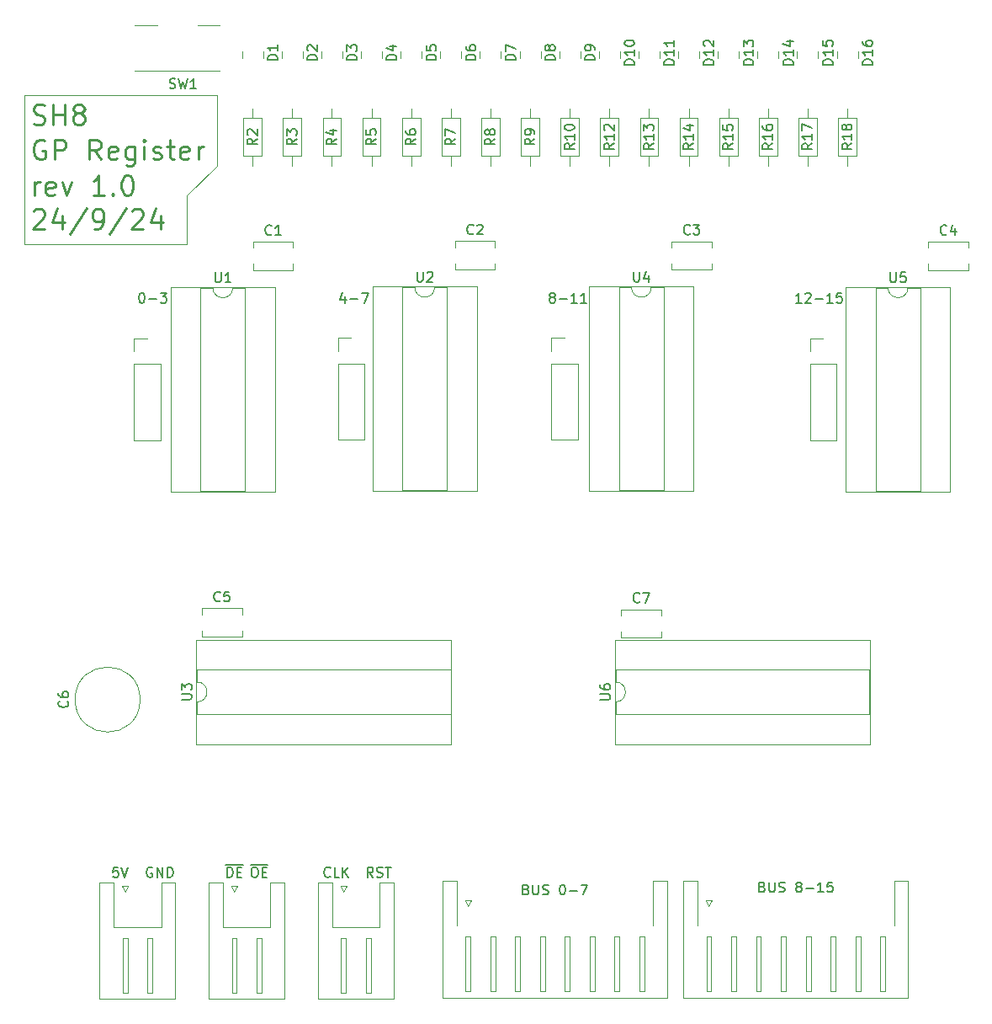
<source format=gbr>
%TF.GenerationSoftware,KiCad,Pcbnew,8.0.4*%
%TF.CreationDate,2024-09-24T19:09:35+03:00*%
%TF.ProjectId,Register,52656769-7374-4657-922e-6b696361645f,rev?*%
%TF.SameCoordinates,Original*%
%TF.FileFunction,Legend,Top*%
%TF.FilePolarity,Positive*%
%FSLAX46Y46*%
G04 Gerber Fmt 4.6, Leading zero omitted, Abs format (unit mm)*
G04 Created by KiCad (PCBNEW 8.0.4) date 2024-09-24 19:09:35*
%MOMM*%
%LPD*%
G01*
G04 APERTURE LIST*
%ADD10C,0.250000*%
%ADD11C,0.200000*%
%ADD12C,0.100000*%
%ADD13C,0.150000*%
%ADD14C,0.120000*%
G04 APERTURE END LIST*
D10*
X102545425Y-70632714D02*
X102640663Y-70537476D01*
X102640663Y-70537476D02*
X102831139Y-70442238D01*
X102831139Y-70442238D02*
X103307330Y-70442238D01*
X103307330Y-70442238D02*
X103497806Y-70537476D01*
X103497806Y-70537476D02*
X103593044Y-70632714D01*
X103593044Y-70632714D02*
X103688282Y-70823190D01*
X103688282Y-70823190D02*
X103688282Y-71013666D01*
X103688282Y-71013666D02*
X103593044Y-71299380D01*
X103593044Y-71299380D02*
X102450187Y-72442238D01*
X102450187Y-72442238D02*
X103688282Y-72442238D01*
X105402568Y-71108904D02*
X105402568Y-72442238D01*
X104926377Y-70347000D02*
X104450187Y-71775571D01*
X104450187Y-71775571D02*
X105688282Y-71775571D01*
X107878758Y-70347000D02*
X106164473Y-72918428D01*
X108640663Y-72442238D02*
X109021615Y-72442238D01*
X109021615Y-72442238D02*
X109212092Y-72347000D01*
X109212092Y-72347000D02*
X109307330Y-72251761D01*
X109307330Y-72251761D02*
X109497806Y-71966047D01*
X109497806Y-71966047D02*
X109593044Y-71585095D01*
X109593044Y-71585095D02*
X109593044Y-70823190D01*
X109593044Y-70823190D02*
X109497806Y-70632714D01*
X109497806Y-70632714D02*
X109402568Y-70537476D01*
X109402568Y-70537476D02*
X109212092Y-70442238D01*
X109212092Y-70442238D02*
X108831139Y-70442238D01*
X108831139Y-70442238D02*
X108640663Y-70537476D01*
X108640663Y-70537476D02*
X108545425Y-70632714D01*
X108545425Y-70632714D02*
X108450187Y-70823190D01*
X108450187Y-70823190D02*
X108450187Y-71299380D01*
X108450187Y-71299380D02*
X108545425Y-71489857D01*
X108545425Y-71489857D02*
X108640663Y-71585095D01*
X108640663Y-71585095D02*
X108831139Y-71680333D01*
X108831139Y-71680333D02*
X109212092Y-71680333D01*
X109212092Y-71680333D02*
X109402568Y-71585095D01*
X109402568Y-71585095D02*
X109497806Y-71489857D01*
X109497806Y-71489857D02*
X109593044Y-71299380D01*
X111878758Y-70347000D02*
X110164473Y-72918428D01*
X112450187Y-70632714D02*
X112545425Y-70537476D01*
X112545425Y-70537476D02*
X112735901Y-70442238D01*
X112735901Y-70442238D02*
X113212092Y-70442238D01*
X113212092Y-70442238D02*
X113402568Y-70537476D01*
X113402568Y-70537476D02*
X113497806Y-70632714D01*
X113497806Y-70632714D02*
X113593044Y-70823190D01*
X113593044Y-70823190D02*
X113593044Y-71013666D01*
X113593044Y-71013666D02*
X113497806Y-71299380D01*
X113497806Y-71299380D02*
X112354949Y-72442238D01*
X112354949Y-72442238D02*
X113593044Y-72442238D01*
X115307330Y-71108904D02*
X115307330Y-72442238D01*
X114831139Y-70347000D02*
X114354949Y-71775571D01*
X114354949Y-71775571D02*
X115593044Y-71775571D01*
X102640663Y-69042238D02*
X102640663Y-67708904D01*
X102640663Y-68089857D02*
X102735901Y-67899380D01*
X102735901Y-67899380D02*
X102831139Y-67804142D01*
X102831139Y-67804142D02*
X103021615Y-67708904D01*
X103021615Y-67708904D02*
X103212092Y-67708904D01*
X104640663Y-68947000D02*
X104450187Y-69042238D01*
X104450187Y-69042238D02*
X104069234Y-69042238D01*
X104069234Y-69042238D02*
X103878758Y-68947000D01*
X103878758Y-68947000D02*
X103783520Y-68756523D01*
X103783520Y-68756523D02*
X103783520Y-67994619D01*
X103783520Y-67994619D02*
X103878758Y-67804142D01*
X103878758Y-67804142D02*
X104069234Y-67708904D01*
X104069234Y-67708904D02*
X104450187Y-67708904D01*
X104450187Y-67708904D02*
X104640663Y-67804142D01*
X104640663Y-67804142D02*
X104735901Y-67994619D01*
X104735901Y-67994619D02*
X104735901Y-68185095D01*
X104735901Y-68185095D02*
X103783520Y-68375571D01*
X105402568Y-67708904D02*
X105878758Y-69042238D01*
X105878758Y-69042238D02*
X106354949Y-67708904D01*
X109688283Y-69042238D02*
X108545426Y-69042238D01*
X109116854Y-69042238D02*
X109116854Y-67042238D01*
X109116854Y-67042238D02*
X108926378Y-67327952D01*
X108926378Y-67327952D02*
X108735902Y-67518428D01*
X108735902Y-67518428D02*
X108545426Y-67613666D01*
X110545426Y-68851761D02*
X110640664Y-68947000D01*
X110640664Y-68947000D02*
X110545426Y-69042238D01*
X110545426Y-69042238D02*
X110450188Y-68947000D01*
X110450188Y-68947000D02*
X110545426Y-68851761D01*
X110545426Y-68851761D02*
X110545426Y-69042238D01*
X111878759Y-67042238D02*
X112069236Y-67042238D01*
X112069236Y-67042238D02*
X112259712Y-67137476D01*
X112259712Y-67137476D02*
X112354950Y-67232714D01*
X112354950Y-67232714D02*
X112450188Y-67423190D01*
X112450188Y-67423190D02*
X112545426Y-67804142D01*
X112545426Y-67804142D02*
X112545426Y-68280333D01*
X112545426Y-68280333D02*
X112450188Y-68661285D01*
X112450188Y-68661285D02*
X112354950Y-68851761D01*
X112354950Y-68851761D02*
X112259712Y-68947000D01*
X112259712Y-68947000D02*
X112069236Y-69042238D01*
X112069236Y-69042238D02*
X111878759Y-69042238D01*
X111878759Y-69042238D02*
X111688283Y-68947000D01*
X111688283Y-68947000D02*
X111593045Y-68851761D01*
X111593045Y-68851761D02*
X111497807Y-68661285D01*
X111497807Y-68661285D02*
X111402569Y-68280333D01*
X111402569Y-68280333D02*
X111402569Y-67804142D01*
X111402569Y-67804142D02*
X111497807Y-67423190D01*
X111497807Y-67423190D02*
X111593045Y-67232714D01*
X111593045Y-67232714D02*
X111688283Y-67137476D01*
X111688283Y-67137476D02*
X111878759Y-67042238D01*
X102545425Y-61847000D02*
X102831139Y-61942238D01*
X102831139Y-61942238D02*
X103307330Y-61942238D01*
X103307330Y-61942238D02*
X103497806Y-61847000D01*
X103497806Y-61847000D02*
X103593044Y-61751761D01*
X103593044Y-61751761D02*
X103688282Y-61561285D01*
X103688282Y-61561285D02*
X103688282Y-61370809D01*
X103688282Y-61370809D02*
X103593044Y-61180333D01*
X103593044Y-61180333D02*
X103497806Y-61085095D01*
X103497806Y-61085095D02*
X103307330Y-60989857D01*
X103307330Y-60989857D02*
X102926377Y-60894619D01*
X102926377Y-60894619D02*
X102735901Y-60799380D01*
X102735901Y-60799380D02*
X102640663Y-60704142D01*
X102640663Y-60704142D02*
X102545425Y-60513666D01*
X102545425Y-60513666D02*
X102545425Y-60323190D01*
X102545425Y-60323190D02*
X102640663Y-60132714D01*
X102640663Y-60132714D02*
X102735901Y-60037476D01*
X102735901Y-60037476D02*
X102926377Y-59942238D01*
X102926377Y-59942238D02*
X103402568Y-59942238D01*
X103402568Y-59942238D02*
X103688282Y-60037476D01*
X104545425Y-61942238D02*
X104545425Y-59942238D01*
X104545425Y-60894619D02*
X105688282Y-60894619D01*
X105688282Y-61942238D02*
X105688282Y-59942238D01*
X106926377Y-60799380D02*
X106735901Y-60704142D01*
X106735901Y-60704142D02*
X106640663Y-60608904D01*
X106640663Y-60608904D02*
X106545425Y-60418428D01*
X106545425Y-60418428D02*
X106545425Y-60323190D01*
X106545425Y-60323190D02*
X106640663Y-60132714D01*
X106640663Y-60132714D02*
X106735901Y-60037476D01*
X106735901Y-60037476D02*
X106926377Y-59942238D01*
X106926377Y-59942238D02*
X107307330Y-59942238D01*
X107307330Y-59942238D02*
X107497806Y-60037476D01*
X107497806Y-60037476D02*
X107593044Y-60132714D01*
X107593044Y-60132714D02*
X107688282Y-60323190D01*
X107688282Y-60323190D02*
X107688282Y-60418428D01*
X107688282Y-60418428D02*
X107593044Y-60608904D01*
X107593044Y-60608904D02*
X107497806Y-60704142D01*
X107497806Y-60704142D02*
X107307330Y-60799380D01*
X107307330Y-60799380D02*
X106926377Y-60799380D01*
X106926377Y-60799380D02*
X106735901Y-60894619D01*
X106735901Y-60894619D02*
X106640663Y-60989857D01*
X106640663Y-60989857D02*
X106545425Y-61180333D01*
X106545425Y-61180333D02*
X106545425Y-61561285D01*
X106545425Y-61561285D02*
X106640663Y-61751761D01*
X106640663Y-61751761D02*
X106735901Y-61847000D01*
X106735901Y-61847000D02*
X106926377Y-61942238D01*
X106926377Y-61942238D02*
X107307330Y-61942238D01*
X107307330Y-61942238D02*
X107497806Y-61847000D01*
X107497806Y-61847000D02*
X107593044Y-61751761D01*
X107593044Y-61751761D02*
X107688282Y-61561285D01*
X107688282Y-61561285D02*
X107688282Y-61180333D01*
X107688282Y-61180333D02*
X107593044Y-60989857D01*
X107593044Y-60989857D02*
X107497806Y-60894619D01*
X107497806Y-60894619D02*
X107307330Y-60799380D01*
X103688282Y-63537476D02*
X103497806Y-63442238D01*
X103497806Y-63442238D02*
X103212092Y-63442238D01*
X103212092Y-63442238D02*
X102926377Y-63537476D01*
X102926377Y-63537476D02*
X102735901Y-63727952D01*
X102735901Y-63727952D02*
X102640663Y-63918428D01*
X102640663Y-63918428D02*
X102545425Y-64299380D01*
X102545425Y-64299380D02*
X102545425Y-64585095D01*
X102545425Y-64585095D02*
X102640663Y-64966047D01*
X102640663Y-64966047D02*
X102735901Y-65156523D01*
X102735901Y-65156523D02*
X102926377Y-65347000D01*
X102926377Y-65347000D02*
X103212092Y-65442238D01*
X103212092Y-65442238D02*
X103402568Y-65442238D01*
X103402568Y-65442238D02*
X103688282Y-65347000D01*
X103688282Y-65347000D02*
X103783520Y-65251761D01*
X103783520Y-65251761D02*
X103783520Y-64585095D01*
X103783520Y-64585095D02*
X103402568Y-64585095D01*
X104640663Y-65442238D02*
X104640663Y-63442238D01*
X104640663Y-63442238D02*
X105402568Y-63442238D01*
X105402568Y-63442238D02*
X105593044Y-63537476D01*
X105593044Y-63537476D02*
X105688282Y-63632714D01*
X105688282Y-63632714D02*
X105783520Y-63823190D01*
X105783520Y-63823190D02*
X105783520Y-64108904D01*
X105783520Y-64108904D02*
X105688282Y-64299380D01*
X105688282Y-64299380D02*
X105593044Y-64394619D01*
X105593044Y-64394619D02*
X105402568Y-64489857D01*
X105402568Y-64489857D02*
X104640663Y-64489857D01*
X109307330Y-65442238D02*
X108640663Y-64489857D01*
X108164473Y-65442238D02*
X108164473Y-63442238D01*
X108164473Y-63442238D02*
X108926378Y-63442238D01*
X108926378Y-63442238D02*
X109116854Y-63537476D01*
X109116854Y-63537476D02*
X109212092Y-63632714D01*
X109212092Y-63632714D02*
X109307330Y-63823190D01*
X109307330Y-63823190D02*
X109307330Y-64108904D01*
X109307330Y-64108904D02*
X109212092Y-64299380D01*
X109212092Y-64299380D02*
X109116854Y-64394619D01*
X109116854Y-64394619D02*
X108926378Y-64489857D01*
X108926378Y-64489857D02*
X108164473Y-64489857D01*
X110926378Y-65347000D02*
X110735902Y-65442238D01*
X110735902Y-65442238D02*
X110354949Y-65442238D01*
X110354949Y-65442238D02*
X110164473Y-65347000D01*
X110164473Y-65347000D02*
X110069235Y-65156523D01*
X110069235Y-65156523D02*
X110069235Y-64394619D01*
X110069235Y-64394619D02*
X110164473Y-64204142D01*
X110164473Y-64204142D02*
X110354949Y-64108904D01*
X110354949Y-64108904D02*
X110735902Y-64108904D01*
X110735902Y-64108904D02*
X110926378Y-64204142D01*
X110926378Y-64204142D02*
X111021616Y-64394619D01*
X111021616Y-64394619D02*
X111021616Y-64585095D01*
X111021616Y-64585095D02*
X110069235Y-64775571D01*
X112735902Y-64108904D02*
X112735902Y-65727952D01*
X112735902Y-65727952D02*
X112640664Y-65918428D01*
X112640664Y-65918428D02*
X112545426Y-66013666D01*
X112545426Y-66013666D02*
X112354949Y-66108904D01*
X112354949Y-66108904D02*
X112069235Y-66108904D01*
X112069235Y-66108904D02*
X111878759Y-66013666D01*
X112735902Y-65347000D02*
X112545426Y-65442238D01*
X112545426Y-65442238D02*
X112164473Y-65442238D01*
X112164473Y-65442238D02*
X111973997Y-65347000D01*
X111973997Y-65347000D02*
X111878759Y-65251761D01*
X111878759Y-65251761D02*
X111783521Y-65061285D01*
X111783521Y-65061285D02*
X111783521Y-64489857D01*
X111783521Y-64489857D02*
X111878759Y-64299380D01*
X111878759Y-64299380D02*
X111973997Y-64204142D01*
X111973997Y-64204142D02*
X112164473Y-64108904D01*
X112164473Y-64108904D02*
X112545426Y-64108904D01*
X112545426Y-64108904D02*
X112735902Y-64204142D01*
X113688283Y-65442238D02*
X113688283Y-64108904D01*
X113688283Y-63442238D02*
X113593045Y-63537476D01*
X113593045Y-63537476D02*
X113688283Y-63632714D01*
X113688283Y-63632714D02*
X113783521Y-63537476D01*
X113783521Y-63537476D02*
X113688283Y-63442238D01*
X113688283Y-63442238D02*
X113688283Y-63632714D01*
X114545426Y-65347000D02*
X114735902Y-65442238D01*
X114735902Y-65442238D02*
X115116854Y-65442238D01*
X115116854Y-65442238D02*
X115307331Y-65347000D01*
X115307331Y-65347000D02*
X115402569Y-65156523D01*
X115402569Y-65156523D02*
X115402569Y-65061285D01*
X115402569Y-65061285D02*
X115307331Y-64870809D01*
X115307331Y-64870809D02*
X115116854Y-64775571D01*
X115116854Y-64775571D02*
X114831140Y-64775571D01*
X114831140Y-64775571D02*
X114640664Y-64680333D01*
X114640664Y-64680333D02*
X114545426Y-64489857D01*
X114545426Y-64489857D02*
X114545426Y-64394619D01*
X114545426Y-64394619D02*
X114640664Y-64204142D01*
X114640664Y-64204142D02*
X114831140Y-64108904D01*
X114831140Y-64108904D02*
X115116854Y-64108904D01*
X115116854Y-64108904D02*
X115307331Y-64204142D01*
X115973998Y-64108904D02*
X116735902Y-64108904D01*
X116259712Y-63442238D02*
X116259712Y-65156523D01*
X116259712Y-65156523D02*
X116354950Y-65347000D01*
X116354950Y-65347000D02*
X116545426Y-65442238D01*
X116545426Y-65442238D02*
X116735902Y-65442238D01*
X118164474Y-65347000D02*
X117973998Y-65442238D01*
X117973998Y-65442238D02*
X117593045Y-65442238D01*
X117593045Y-65442238D02*
X117402569Y-65347000D01*
X117402569Y-65347000D02*
X117307331Y-65156523D01*
X117307331Y-65156523D02*
X117307331Y-64394619D01*
X117307331Y-64394619D02*
X117402569Y-64204142D01*
X117402569Y-64204142D02*
X117593045Y-64108904D01*
X117593045Y-64108904D02*
X117973998Y-64108904D01*
X117973998Y-64108904D02*
X118164474Y-64204142D01*
X118164474Y-64204142D02*
X118259712Y-64394619D01*
X118259712Y-64394619D02*
X118259712Y-64585095D01*
X118259712Y-64585095D02*
X117307331Y-64775571D01*
X119116855Y-65442238D02*
X119116855Y-64108904D01*
X119116855Y-64489857D02*
X119212093Y-64299380D01*
X119212093Y-64299380D02*
X119307331Y-64204142D01*
X119307331Y-64204142D02*
X119497807Y-64108904D01*
X119497807Y-64108904D02*
X119688284Y-64108904D01*
D11*
X179832707Y-79867219D02*
X179261279Y-79867219D01*
X179546993Y-79867219D02*
X179546993Y-78867219D01*
X179546993Y-78867219D02*
X179451755Y-79010076D01*
X179451755Y-79010076D02*
X179356517Y-79105314D01*
X179356517Y-79105314D02*
X179261279Y-79152933D01*
X180213660Y-78962457D02*
X180261279Y-78914838D01*
X180261279Y-78914838D02*
X180356517Y-78867219D01*
X180356517Y-78867219D02*
X180594612Y-78867219D01*
X180594612Y-78867219D02*
X180689850Y-78914838D01*
X180689850Y-78914838D02*
X180737469Y-78962457D01*
X180737469Y-78962457D02*
X180785088Y-79057695D01*
X180785088Y-79057695D02*
X180785088Y-79152933D01*
X180785088Y-79152933D02*
X180737469Y-79295790D01*
X180737469Y-79295790D02*
X180166041Y-79867219D01*
X180166041Y-79867219D02*
X180785088Y-79867219D01*
X181213660Y-79486266D02*
X181975565Y-79486266D01*
X182975564Y-79867219D02*
X182404136Y-79867219D01*
X182689850Y-79867219D02*
X182689850Y-78867219D01*
X182689850Y-78867219D02*
X182594612Y-79010076D01*
X182594612Y-79010076D02*
X182499374Y-79105314D01*
X182499374Y-79105314D02*
X182404136Y-79152933D01*
X183880326Y-78867219D02*
X183404136Y-78867219D01*
X183404136Y-78867219D02*
X183356517Y-79343409D01*
X183356517Y-79343409D02*
X183404136Y-79295790D01*
X183404136Y-79295790D02*
X183499374Y-79248171D01*
X183499374Y-79248171D02*
X183737469Y-79248171D01*
X183737469Y-79248171D02*
X183832707Y-79295790D01*
X183832707Y-79295790D02*
X183880326Y-79343409D01*
X183880326Y-79343409D02*
X183927945Y-79438647D01*
X183927945Y-79438647D02*
X183927945Y-79676742D01*
X183927945Y-79676742D02*
X183880326Y-79771980D01*
X183880326Y-79771980D02*
X183832707Y-79819600D01*
X183832707Y-79819600D02*
X183737469Y-79867219D01*
X183737469Y-79867219D02*
X183499374Y-79867219D01*
X183499374Y-79867219D02*
X183404136Y-79819600D01*
X183404136Y-79819600D02*
X183356517Y-79771980D01*
X154654136Y-79295790D02*
X154558898Y-79248171D01*
X154558898Y-79248171D02*
X154511279Y-79200552D01*
X154511279Y-79200552D02*
X154463660Y-79105314D01*
X154463660Y-79105314D02*
X154463660Y-79057695D01*
X154463660Y-79057695D02*
X154511279Y-78962457D01*
X154511279Y-78962457D02*
X154558898Y-78914838D01*
X154558898Y-78914838D02*
X154654136Y-78867219D01*
X154654136Y-78867219D02*
X154844612Y-78867219D01*
X154844612Y-78867219D02*
X154939850Y-78914838D01*
X154939850Y-78914838D02*
X154987469Y-78962457D01*
X154987469Y-78962457D02*
X155035088Y-79057695D01*
X155035088Y-79057695D02*
X155035088Y-79105314D01*
X155035088Y-79105314D02*
X154987469Y-79200552D01*
X154987469Y-79200552D02*
X154939850Y-79248171D01*
X154939850Y-79248171D02*
X154844612Y-79295790D01*
X154844612Y-79295790D02*
X154654136Y-79295790D01*
X154654136Y-79295790D02*
X154558898Y-79343409D01*
X154558898Y-79343409D02*
X154511279Y-79391028D01*
X154511279Y-79391028D02*
X154463660Y-79486266D01*
X154463660Y-79486266D02*
X154463660Y-79676742D01*
X154463660Y-79676742D02*
X154511279Y-79771980D01*
X154511279Y-79771980D02*
X154558898Y-79819600D01*
X154558898Y-79819600D02*
X154654136Y-79867219D01*
X154654136Y-79867219D02*
X154844612Y-79867219D01*
X154844612Y-79867219D02*
X154939850Y-79819600D01*
X154939850Y-79819600D02*
X154987469Y-79771980D01*
X154987469Y-79771980D02*
X155035088Y-79676742D01*
X155035088Y-79676742D02*
X155035088Y-79486266D01*
X155035088Y-79486266D02*
X154987469Y-79391028D01*
X154987469Y-79391028D02*
X154939850Y-79343409D01*
X154939850Y-79343409D02*
X154844612Y-79295790D01*
X155463660Y-79486266D02*
X156225565Y-79486266D01*
X157225564Y-79867219D02*
X156654136Y-79867219D01*
X156939850Y-79867219D02*
X156939850Y-78867219D01*
X156939850Y-78867219D02*
X156844612Y-79010076D01*
X156844612Y-79010076D02*
X156749374Y-79105314D01*
X156749374Y-79105314D02*
X156654136Y-79152933D01*
X158177945Y-79867219D02*
X157606517Y-79867219D01*
X157892231Y-79867219D02*
X157892231Y-78867219D01*
X157892231Y-78867219D02*
X157796993Y-79010076D01*
X157796993Y-79010076D02*
X157701755Y-79105314D01*
X157701755Y-79105314D02*
X157606517Y-79152933D01*
X133892231Y-79200552D02*
X133892231Y-79867219D01*
X133654136Y-78819600D02*
X133416041Y-79533885D01*
X133416041Y-79533885D02*
X134035088Y-79533885D01*
X134416041Y-79486266D02*
X135177946Y-79486266D01*
X135558898Y-78867219D02*
X136225564Y-78867219D01*
X136225564Y-78867219D02*
X135796993Y-79867219D01*
X113404136Y-78867219D02*
X113499374Y-78867219D01*
X113499374Y-78867219D02*
X113594612Y-78914838D01*
X113594612Y-78914838D02*
X113642231Y-78962457D01*
X113642231Y-78962457D02*
X113689850Y-79057695D01*
X113689850Y-79057695D02*
X113737469Y-79248171D01*
X113737469Y-79248171D02*
X113737469Y-79486266D01*
X113737469Y-79486266D02*
X113689850Y-79676742D01*
X113689850Y-79676742D02*
X113642231Y-79771980D01*
X113642231Y-79771980D02*
X113594612Y-79819600D01*
X113594612Y-79819600D02*
X113499374Y-79867219D01*
X113499374Y-79867219D02*
X113404136Y-79867219D01*
X113404136Y-79867219D02*
X113308898Y-79819600D01*
X113308898Y-79819600D02*
X113261279Y-79771980D01*
X113261279Y-79771980D02*
X113213660Y-79676742D01*
X113213660Y-79676742D02*
X113166041Y-79486266D01*
X113166041Y-79486266D02*
X113166041Y-79248171D01*
X113166041Y-79248171D02*
X113213660Y-79057695D01*
X113213660Y-79057695D02*
X113261279Y-78962457D01*
X113261279Y-78962457D02*
X113308898Y-78914838D01*
X113308898Y-78914838D02*
X113404136Y-78867219D01*
X114166041Y-79486266D02*
X114927946Y-79486266D01*
X115308898Y-78867219D02*
X115927945Y-78867219D01*
X115927945Y-78867219D02*
X115594612Y-79248171D01*
X115594612Y-79248171D02*
X115737469Y-79248171D01*
X115737469Y-79248171D02*
X115832707Y-79295790D01*
X115832707Y-79295790D02*
X115880326Y-79343409D01*
X115880326Y-79343409D02*
X115927945Y-79438647D01*
X115927945Y-79438647D02*
X115927945Y-79676742D01*
X115927945Y-79676742D02*
X115880326Y-79771980D01*
X115880326Y-79771980D02*
X115832707Y-79819600D01*
X115832707Y-79819600D02*
X115737469Y-79867219D01*
X115737469Y-79867219D02*
X115451755Y-79867219D01*
X115451755Y-79867219D02*
X115356517Y-79819600D01*
X115356517Y-79819600D02*
X115308898Y-79771980D01*
X132404761Y-137521980D02*
X132357142Y-137569600D01*
X132357142Y-137569600D02*
X132214285Y-137617219D01*
X132214285Y-137617219D02*
X132119047Y-137617219D01*
X132119047Y-137617219D02*
X131976190Y-137569600D01*
X131976190Y-137569600D02*
X131880952Y-137474361D01*
X131880952Y-137474361D02*
X131833333Y-137379123D01*
X131833333Y-137379123D02*
X131785714Y-137188647D01*
X131785714Y-137188647D02*
X131785714Y-137045790D01*
X131785714Y-137045790D02*
X131833333Y-136855314D01*
X131833333Y-136855314D02*
X131880952Y-136760076D01*
X131880952Y-136760076D02*
X131976190Y-136664838D01*
X131976190Y-136664838D02*
X132119047Y-136617219D01*
X132119047Y-136617219D02*
X132214285Y-136617219D01*
X132214285Y-136617219D02*
X132357142Y-136664838D01*
X132357142Y-136664838D02*
X132404761Y-136712457D01*
X133309523Y-137617219D02*
X132833333Y-137617219D01*
X132833333Y-137617219D02*
X132833333Y-136617219D01*
X133642857Y-137617219D02*
X133642857Y-136617219D01*
X134214285Y-137617219D02*
X133785714Y-137045790D01*
X134214285Y-136617219D02*
X133642857Y-137188647D01*
X136702380Y-137617219D02*
X136369047Y-137141028D01*
X136130952Y-137617219D02*
X136130952Y-136617219D01*
X136130952Y-136617219D02*
X136511904Y-136617219D01*
X136511904Y-136617219D02*
X136607142Y-136664838D01*
X136607142Y-136664838D02*
X136654761Y-136712457D01*
X136654761Y-136712457D02*
X136702380Y-136807695D01*
X136702380Y-136807695D02*
X136702380Y-136950552D01*
X136702380Y-136950552D02*
X136654761Y-137045790D01*
X136654761Y-137045790D02*
X136607142Y-137093409D01*
X136607142Y-137093409D02*
X136511904Y-137141028D01*
X136511904Y-137141028D02*
X136130952Y-137141028D01*
X137083333Y-137569600D02*
X137226190Y-137617219D01*
X137226190Y-137617219D02*
X137464285Y-137617219D01*
X137464285Y-137617219D02*
X137559523Y-137569600D01*
X137559523Y-137569600D02*
X137607142Y-137521980D01*
X137607142Y-137521980D02*
X137654761Y-137426742D01*
X137654761Y-137426742D02*
X137654761Y-137331504D01*
X137654761Y-137331504D02*
X137607142Y-137236266D01*
X137607142Y-137236266D02*
X137559523Y-137188647D01*
X137559523Y-137188647D02*
X137464285Y-137141028D01*
X137464285Y-137141028D02*
X137273809Y-137093409D01*
X137273809Y-137093409D02*
X137178571Y-137045790D01*
X137178571Y-137045790D02*
X137130952Y-136998171D01*
X137130952Y-136998171D02*
X137083333Y-136902933D01*
X137083333Y-136902933D02*
X137083333Y-136807695D01*
X137083333Y-136807695D02*
X137130952Y-136712457D01*
X137130952Y-136712457D02*
X137178571Y-136664838D01*
X137178571Y-136664838D02*
X137273809Y-136617219D01*
X137273809Y-136617219D02*
X137511904Y-136617219D01*
X137511904Y-136617219D02*
X137654761Y-136664838D01*
X137940476Y-136617219D02*
X138511904Y-136617219D01*
X138226190Y-137617219D02*
X138226190Y-136617219D01*
X111059523Y-136617219D02*
X110583333Y-136617219D01*
X110583333Y-136617219D02*
X110535714Y-137093409D01*
X110535714Y-137093409D02*
X110583333Y-137045790D01*
X110583333Y-137045790D02*
X110678571Y-136998171D01*
X110678571Y-136998171D02*
X110916666Y-136998171D01*
X110916666Y-136998171D02*
X111011904Y-137045790D01*
X111011904Y-137045790D02*
X111059523Y-137093409D01*
X111059523Y-137093409D02*
X111107142Y-137188647D01*
X111107142Y-137188647D02*
X111107142Y-137426742D01*
X111107142Y-137426742D02*
X111059523Y-137521980D01*
X111059523Y-137521980D02*
X111011904Y-137569600D01*
X111011904Y-137569600D02*
X110916666Y-137617219D01*
X110916666Y-137617219D02*
X110678571Y-137617219D01*
X110678571Y-137617219D02*
X110583333Y-137569600D01*
X110583333Y-137569600D02*
X110535714Y-137521980D01*
X111392857Y-136617219D02*
X111726190Y-137617219D01*
X111726190Y-137617219D02*
X112059523Y-136617219D01*
X114488095Y-136664838D02*
X114392857Y-136617219D01*
X114392857Y-136617219D02*
X114250000Y-136617219D01*
X114250000Y-136617219D02*
X114107143Y-136664838D01*
X114107143Y-136664838D02*
X114011905Y-136760076D01*
X114011905Y-136760076D02*
X113964286Y-136855314D01*
X113964286Y-136855314D02*
X113916667Y-137045790D01*
X113916667Y-137045790D02*
X113916667Y-137188647D01*
X113916667Y-137188647D02*
X113964286Y-137379123D01*
X113964286Y-137379123D02*
X114011905Y-137474361D01*
X114011905Y-137474361D02*
X114107143Y-137569600D01*
X114107143Y-137569600D02*
X114250000Y-137617219D01*
X114250000Y-137617219D02*
X114345238Y-137617219D01*
X114345238Y-137617219D02*
X114488095Y-137569600D01*
X114488095Y-137569600D02*
X114535714Y-137521980D01*
X114535714Y-137521980D02*
X114535714Y-137188647D01*
X114535714Y-137188647D02*
X114345238Y-137188647D01*
X114964286Y-137617219D02*
X114964286Y-136617219D01*
X114964286Y-136617219D02*
X115535714Y-137617219D01*
X115535714Y-137617219D02*
X115535714Y-136617219D01*
X116011905Y-137617219D02*
X116011905Y-136617219D01*
X116011905Y-136617219D02*
X116250000Y-136617219D01*
X116250000Y-136617219D02*
X116392857Y-136664838D01*
X116392857Y-136664838D02*
X116488095Y-136760076D01*
X116488095Y-136760076D02*
X116535714Y-136855314D01*
X116535714Y-136855314D02*
X116583333Y-137045790D01*
X116583333Y-137045790D02*
X116583333Y-137188647D01*
X116583333Y-137188647D02*
X116535714Y-137379123D01*
X116535714Y-137379123D02*
X116488095Y-137474361D01*
X116488095Y-137474361D02*
X116392857Y-137569600D01*
X116392857Y-137569600D02*
X116250000Y-137617219D01*
X116250000Y-137617219D02*
X116011905Y-137617219D01*
X124702381Y-136617219D02*
X124892857Y-136617219D01*
X124892857Y-136617219D02*
X124988095Y-136664838D01*
X124988095Y-136664838D02*
X125083333Y-136760076D01*
X125083333Y-136760076D02*
X125130952Y-136950552D01*
X125130952Y-136950552D02*
X125130952Y-137283885D01*
X125130952Y-137283885D02*
X125083333Y-137474361D01*
X125083333Y-137474361D02*
X124988095Y-137569600D01*
X124988095Y-137569600D02*
X124892857Y-137617219D01*
X124892857Y-137617219D02*
X124702381Y-137617219D01*
X124702381Y-137617219D02*
X124607143Y-137569600D01*
X124607143Y-137569600D02*
X124511905Y-137474361D01*
X124511905Y-137474361D02*
X124464286Y-137283885D01*
X124464286Y-137283885D02*
X124464286Y-136950552D01*
X124464286Y-136950552D02*
X124511905Y-136760076D01*
X124511905Y-136760076D02*
X124607143Y-136664838D01*
X124607143Y-136664838D02*
X124702381Y-136617219D01*
X125559524Y-137093409D02*
X125892857Y-137093409D01*
X126035714Y-137617219D02*
X125559524Y-137617219D01*
X125559524Y-137617219D02*
X125559524Y-136617219D01*
X125559524Y-136617219D02*
X126035714Y-136617219D01*
X124373810Y-136339600D02*
X126126191Y-136339600D01*
X122035714Y-137617219D02*
X122035714Y-136617219D01*
X122035714Y-136617219D02*
X122273809Y-136617219D01*
X122273809Y-136617219D02*
X122416666Y-136664838D01*
X122416666Y-136664838D02*
X122511904Y-136760076D01*
X122511904Y-136760076D02*
X122559523Y-136855314D01*
X122559523Y-136855314D02*
X122607142Y-137045790D01*
X122607142Y-137045790D02*
X122607142Y-137188647D01*
X122607142Y-137188647D02*
X122559523Y-137379123D01*
X122559523Y-137379123D02*
X122511904Y-137474361D01*
X122511904Y-137474361D02*
X122416666Y-137569600D01*
X122416666Y-137569600D02*
X122273809Y-137617219D01*
X122273809Y-137617219D02*
X122035714Y-137617219D01*
X123035714Y-137093409D02*
X123369047Y-137093409D01*
X123511904Y-137617219D02*
X123035714Y-137617219D01*
X123035714Y-137617219D02*
X123035714Y-136617219D01*
X123035714Y-136617219D02*
X123511904Y-136617219D01*
X121897619Y-136339600D02*
X123602381Y-136339600D01*
D12*
X121000000Y-66100000D02*
X118000000Y-69100000D01*
X118000000Y-74000000D01*
X101600000Y-74000000D01*
X101600000Y-59000000D01*
X121000000Y-59000000D01*
X121000000Y-66100000D01*
D13*
X159564819Y-119751904D02*
X160374342Y-119751904D01*
X160374342Y-119751904D02*
X160469580Y-119704285D01*
X160469580Y-119704285D02*
X160517200Y-119656666D01*
X160517200Y-119656666D02*
X160564819Y-119561428D01*
X160564819Y-119561428D02*
X160564819Y-119370952D01*
X160564819Y-119370952D02*
X160517200Y-119275714D01*
X160517200Y-119275714D02*
X160469580Y-119228095D01*
X160469580Y-119228095D02*
X160374342Y-119180476D01*
X160374342Y-119180476D02*
X159564819Y-119180476D01*
X159564819Y-118275714D02*
X159564819Y-118466190D01*
X159564819Y-118466190D02*
X159612438Y-118561428D01*
X159612438Y-118561428D02*
X159660057Y-118609047D01*
X159660057Y-118609047D02*
X159802914Y-118704285D01*
X159802914Y-118704285D02*
X159993390Y-118751904D01*
X159993390Y-118751904D02*
X160374342Y-118751904D01*
X160374342Y-118751904D02*
X160469580Y-118704285D01*
X160469580Y-118704285D02*
X160517200Y-118656666D01*
X160517200Y-118656666D02*
X160564819Y-118561428D01*
X160564819Y-118561428D02*
X160564819Y-118370952D01*
X160564819Y-118370952D02*
X160517200Y-118275714D01*
X160517200Y-118275714D02*
X160469580Y-118228095D01*
X160469580Y-118228095D02*
X160374342Y-118180476D01*
X160374342Y-118180476D02*
X160136247Y-118180476D01*
X160136247Y-118180476D02*
X160041009Y-118228095D01*
X160041009Y-118228095D02*
X159993390Y-118275714D01*
X159993390Y-118275714D02*
X159945771Y-118370952D01*
X159945771Y-118370952D02*
X159945771Y-118561428D01*
X159945771Y-118561428D02*
X159993390Y-118656666D01*
X159993390Y-118656666D02*
X160041009Y-118704285D01*
X160041009Y-118704285D02*
X160136247Y-118751904D01*
X188768095Y-76794819D02*
X188768095Y-77604342D01*
X188768095Y-77604342D02*
X188815714Y-77699580D01*
X188815714Y-77699580D02*
X188863333Y-77747200D01*
X188863333Y-77747200D02*
X188958571Y-77794819D01*
X188958571Y-77794819D02*
X189149047Y-77794819D01*
X189149047Y-77794819D02*
X189244285Y-77747200D01*
X189244285Y-77747200D02*
X189291904Y-77699580D01*
X189291904Y-77699580D02*
X189339523Y-77604342D01*
X189339523Y-77604342D02*
X189339523Y-76794819D01*
X190291904Y-76794819D02*
X189815714Y-76794819D01*
X189815714Y-76794819D02*
X189768095Y-77271009D01*
X189768095Y-77271009D02*
X189815714Y-77223390D01*
X189815714Y-77223390D02*
X189910952Y-77175771D01*
X189910952Y-77175771D02*
X190149047Y-77175771D01*
X190149047Y-77175771D02*
X190244285Y-77223390D01*
X190244285Y-77223390D02*
X190291904Y-77271009D01*
X190291904Y-77271009D02*
X190339523Y-77366247D01*
X190339523Y-77366247D02*
X190339523Y-77604342D01*
X190339523Y-77604342D02*
X190291904Y-77699580D01*
X190291904Y-77699580D02*
X190244285Y-77747200D01*
X190244285Y-77747200D02*
X190149047Y-77794819D01*
X190149047Y-77794819D02*
X189910952Y-77794819D01*
X189910952Y-77794819D02*
X189815714Y-77747200D01*
X189815714Y-77747200D02*
X189768095Y-77699580D01*
X162948095Y-76744819D02*
X162948095Y-77554342D01*
X162948095Y-77554342D02*
X162995714Y-77649580D01*
X162995714Y-77649580D02*
X163043333Y-77697200D01*
X163043333Y-77697200D02*
X163138571Y-77744819D01*
X163138571Y-77744819D02*
X163329047Y-77744819D01*
X163329047Y-77744819D02*
X163424285Y-77697200D01*
X163424285Y-77697200D02*
X163471904Y-77649580D01*
X163471904Y-77649580D02*
X163519523Y-77554342D01*
X163519523Y-77554342D02*
X163519523Y-76744819D01*
X164424285Y-77078152D02*
X164424285Y-77744819D01*
X164186190Y-76697200D02*
X163948095Y-77411485D01*
X163948095Y-77411485D02*
X164567142Y-77411485D01*
X117449819Y-119751904D02*
X118259342Y-119751904D01*
X118259342Y-119751904D02*
X118354580Y-119704285D01*
X118354580Y-119704285D02*
X118402200Y-119656666D01*
X118402200Y-119656666D02*
X118449819Y-119561428D01*
X118449819Y-119561428D02*
X118449819Y-119370952D01*
X118449819Y-119370952D02*
X118402200Y-119275714D01*
X118402200Y-119275714D02*
X118354580Y-119228095D01*
X118354580Y-119228095D02*
X118259342Y-119180476D01*
X118259342Y-119180476D02*
X117449819Y-119180476D01*
X117449819Y-118799523D02*
X117449819Y-118180476D01*
X117449819Y-118180476D02*
X117830771Y-118513809D01*
X117830771Y-118513809D02*
X117830771Y-118370952D01*
X117830771Y-118370952D02*
X117878390Y-118275714D01*
X117878390Y-118275714D02*
X117926009Y-118228095D01*
X117926009Y-118228095D02*
X118021247Y-118180476D01*
X118021247Y-118180476D02*
X118259342Y-118180476D01*
X118259342Y-118180476D02*
X118354580Y-118228095D01*
X118354580Y-118228095D02*
X118402200Y-118275714D01*
X118402200Y-118275714D02*
X118449819Y-118370952D01*
X118449819Y-118370952D02*
X118449819Y-118656666D01*
X118449819Y-118656666D02*
X118402200Y-118751904D01*
X118402200Y-118751904D02*
X118354580Y-118799523D01*
X141153095Y-76744819D02*
X141153095Y-77554342D01*
X141153095Y-77554342D02*
X141200714Y-77649580D01*
X141200714Y-77649580D02*
X141248333Y-77697200D01*
X141248333Y-77697200D02*
X141343571Y-77744819D01*
X141343571Y-77744819D02*
X141534047Y-77744819D01*
X141534047Y-77744819D02*
X141629285Y-77697200D01*
X141629285Y-77697200D02*
X141676904Y-77649580D01*
X141676904Y-77649580D02*
X141724523Y-77554342D01*
X141724523Y-77554342D02*
X141724523Y-76744819D01*
X142153095Y-76840057D02*
X142200714Y-76792438D01*
X142200714Y-76792438D02*
X142295952Y-76744819D01*
X142295952Y-76744819D02*
X142534047Y-76744819D01*
X142534047Y-76744819D02*
X142629285Y-76792438D01*
X142629285Y-76792438D02*
X142676904Y-76840057D01*
X142676904Y-76840057D02*
X142724523Y-76935295D01*
X142724523Y-76935295D02*
X142724523Y-77030533D01*
X142724523Y-77030533D02*
X142676904Y-77173390D01*
X142676904Y-77173390D02*
X142105476Y-77744819D01*
X142105476Y-77744819D02*
X142724523Y-77744819D01*
X120833095Y-76799819D02*
X120833095Y-77609342D01*
X120833095Y-77609342D02*
X120880714Y-77704580D01*
X120880714Y-77704580D02*
X120928333Y-77752200D01*
X120928333Y-77752200D02*
X121023571Y-77799819D01*
X121023571Y-77799819D02*
X121214047Y-77799819D01*
X121214047Y-77799819D02*
X121309285Y-77752200D01*
X121309285Y-77752200D02*
X121356904Y-77704580D01*
X121356904Y-77704580D02*
X121404523Y-77609342D01*
X121404523Y-77609342D02*
X121404523Y-76799819D01*
X122404523Y-77799819D02*
X121833095Y-77799819D01*
X122118809Y-77799819D02*
X122118809Y-76799819D01*
X122118809Y-76799819D02*
X122023571Y-76942676D01*
X122023571Y-76942676D02*
X121928333Y-77037914D01*
X121928333Y-77037914D02*
X121833095Y-77085533D01*
X116251667Y-58257200D02*
X116394524Y-58304819D01*
X116394524Y-58304819D02*
X116632619Y-58304819D01*
X116632619Y-58304819D02*
X116727857Y-58257200D01*
X116727857Y-58257200D02*
X116775476Y-58209580D01*
X116775476Y-58209580D02*
X116823095Y-58114342D01*
X116823095Y-58114342D02*
X116823095Y-58019104D01*
X116823095Y-58019104D02*
X116775476Y-57923866D01*
X116775476Y-57923866D02*
X116727857Y-57876247D01*
X116727857Y-57876247D02*
X116632619Y-57828628D01*
X116632619Y-57828628D02*
X116442143Y-57781009D01*
X116442143Y-57781009D02*
X116346905Y-57733390D01*
X116346905Y-57733390D02*
X116299286Y-57685771D01*
X116299286Y-57685771D02*
X116251667Y-57590533D01*
X116251667Y-57590533D02*
X116251667Y-57495295D01*
X116251667Y-57495295D02*
X116299286Y-57400057D01*
X116299286Y-57400057D02*
X116346905Y-57352438D01*
X116346905Y-57352438D02*
X116442143Y-57304819D01*
X116442143Y-57304819D02*
X116680238Y-57304819D01*
X116680238Y-57304819D02*
X116823095Y-57352438D01*
X117156429Y-57304819D02*
X117394524Y-58304819D01*
X117394524Y-58304819D02*
X117585000Y-57590533D01*
X117585000Y-57590533D02*
X117775476Y-58304819D01*
X117775476Y-58304819D02*
X118013572Y-57304819D01*
X118918333Y-58304819D02*
X118346905Y-58304819D01*
X118632619Y-58304819D02*
X118632619Y-57304819D01*
X118632619Y-57304819D02*
X118537381Y-57447676D01*
X118537381Y-57447676D02*
X118442143Y-57542914D01*
X118442143Y-57542914D02*
X118346905Y-57590533D01*
X174979819Y-55944285D02*
X173979819Y-55944285D01*
X173979819Y-55944285D02*
X173979819Y-55706190D01*
X173979819Y-55706190D02*
X174027438Y-55563333D01*
X174027438Y-55563333D02*
X174122676Y-55468095D01*
X174122676Y-55468095D02*
X174217914Y-55420476D01*
X174217914Y-55420476D02*
X174408390Y-55372857D01*
X174408390Y-55372857D02*
X174551247Y-55372857D01*
X174551247Y-55372857D02*
X174741723Y-55420476D01*
X174741723Y-55420476D02*
X174836961Y-55468095D01*
X174836961Y-55468095D02*
X174932200Y-55563333D01*
X174932200Y-55563333D02*
X174979819Y-55706190D01*
X174979819Y-55706190D02*
X174979819Y-55944285D01*
X174979819Y-54420476D02*
X174979819Y-54991904D01*
X174979819Y-54706190D02*
X173979819Y-54706190D01*
X173979819Y-54706190D02*
X174122676Y-54801428D01*
X174122676Y-54801428D02*
X174217914Y-54896666D01*
X174217914Y-54896666D02*
X174265533Y-54991904D01*
X173979819Y-54087142D02*
X173979819Y-53468095D01*
X173979819Y-53468095D02*
X174360771Y-53801428D01*
X174360771Y-53801428D02*
X174360771Y-53658571D01*
X174360771Y-53658571D02*
X174408390Y-53563333D01*
X174408390Y-53563333D02*
X174456009Y-53515714D01*
X174456009Y-53515714D02*
X174551247Y-53468095D01*
X174551247Y-53468095D02*
X174789342Y-53468095D01*
X174789342Y-53468095D02*
X174884580Y-53515714D01*
X174884580Y-53515714D02*
X174932200Y-53563333D01*
X174932200Y-53563333D02*
X174979819Y-53658571D01*
X174979819Y-53658571D02*
X174979819Y-53944285D01*
X174979819Y-53944285D02*
X174932200Y-54039523D01*
X174932200Y-54039523D02*
X174884580Y-54087142D01*
X148979819Y-63356666D02*
X148503628Y-63689999D01*
X148979819Y-63928094D02*
X147979819Y-63928094D01*
X147979819Y-63928094D02*
X147979819Y-63547142D01*
X147979819Y-63547142D02*
X148027438Y-63451904D01*
X148027438Y-63451904D02*
X148075057Y-63404285D01*
X148075057Y-63404285D02*
X148170295Y-63356666D01*
X148170295Y-63356666D02*
X148313152Y-63356666D01*
X148313152Y-63356666D02*
X148408390Y-63404285D01*
X148408390Y-63404285D02*
X148456009Y-63451904D01*
X148456009Y-63451904D02*
X148503628Y-63547142D01*
X148503628Y-63547142D02*
X148503628Y-63928094D01*
X148408390Y-62785237D02*
X148360771Y-62880475D01*
X148360771Y-62880475D02*
X148313152Y-62928094D01*
X148313152Y-62928094D02*
X148217914Y-62975713D01*
X148217914Y-62975713D02*
X148170295Y-62975713D01*
X148170295Y-62975713D02*
X148075057Y-62928094D01*
X148075057Y-62928094D02*
X148027438Y-62880475D01*
X148027438Y-62880475D02*
X147979819Y-62785237D01*
X147979819Y-62785237D02*
X147979819Y-62594761D01*
X147979819Y-62594761D02*
X148027438Y-62499523D01*
X148027438Y-62499523D02*
X148075057Y-62451904D01*
X148075057Y-62451904D02*
X148170295Y-62404285D01*
X148170295Y-62404285D02*
X148217914Y-62404285D01*
X148217914Y-62404285D02*
X148313152Y-62451904D01*
X148313152Y-62451904D02*
X148360771Y-62499523D01*
X148360771Y-62499523D02*
X148408390Y-62594761D01*
X148408390Y-62594761D02*
X148408390Y-62785237D01*
X148408390Y-62785237D02*
X148456009Y-62880475D01*
X148456009Y-62880475D02*
X148503628Y-62928094D01*
X148503628Y-62928094D02*
X148598866Y-62975713D01*
X148598866Y-62975713D02*
X148789342Y-62975713D01*
X148789342Y-62975713D02*
X148884580Y-62928094D01*
X148884580Y-62928094D02*
X148932200Y-62880475D01*
X148932200Y-62880475D02*
X148979819Y-62785237D01*
X148979819Y-62785237D02*
X148979819Y-62594761D01*
X148979819Y-62594761D02*
X148932200Y-62499523D01*
X148932200Y-62499523D02*
X148884580Y-62451904D01*
X148884580Y-62451904D02*
X148789342Y-62404285D01*
X148789342Y-62404285D02*
X148598866Y-62404285D01*
X148598866Y-62404285D02*
X148503628Y-62451904D01*
X148503628Y-62451904D02*
X148456009Y-62499523D01*
X148456009Y-62499523D02*
X148408390Y-62594761D01*
X140999819Y-63356666D02*
X140523628Y-63689999D01*
X140999819Y-63928094D02*
X139999819Y-63928094D01*
X139999819Y-63928094D02*
X139999819Y-63547142D01*
X139999819Y-63547142D02*
X140047438Y-63451904D01*
X140047438Y-63451904D02*
X140095057Y-63404285D01*
X140095057Y-63404285D02*
X140190295Y-63356666D01*
X140190295Y-63356666D02*
X140333152Y-63356666D01*
X140333152Y-63356666D02*
X140428390Y-63404285D01*
X140428390Y-63404285D02*
X140476009Y-63451904D01*
X140476009Y-63451904D02*
X140523628Y-63547142D01*
X140523628Y-63547142D02*
X140523628Y-63928094D01*
X139999819Y-62499523D02*
X139999819Y-62689999D01*
X139999819Y-62689999D02*
X140047438Y-62785237D01*
X140047438Y-62785237D02*
X140095057Y-62832856D01*
X140095057Y-62832856D02*
X140237914Y-62928094D01*
X140237914Y-62928094D02*
X140428390Y-62975713D01*
X140428390Y-62975713D02*
X140809342Y-62975713D01*
X140809342Y-62975713D02*
X140904580Y-62928094D01*
X140904580Y-62928094D02*
X140952200Y-62880475D01*
X140952200Y-62880475D02*
X140999819Y-62785237D01*
X140999819Y-62785237D02*
X140999819Y-62594761D01*
X140999819Y-62594761D02*
X140952200Y-62499523D01*
X140952200Y-62499523D02*
X140904580Y-62451904D01*
X140904580Y-62451904D02*
X140809342Y-62404285D01*
X140809342Y-62404285D02*
X140571247Y-62404285D01*
X140571247Y-62404285D02*
X140476009Y-62451904D01*
X140476009Y-62451904D02*
X140428390Y-62499523D01*
X140428390Y-62499523D02*
X140380771Y-62594761D01*
X140380771Y-62594761D02*
X140380771Y-62785237D01*
X140380771Y-62785237D02*
X140428390Y-62880475D01*
X140428390Y-62880475D02*
X140476009Y-62928094D01*
X140476009Y-62928094D02*
X140571247Y-62975713D01*
X194423333Y-72954580D02*
X194375714Y-73002200D01*
X194375714Y-73002200D02*
X194232857Y-73049819D01*
X194232857Y-73049819D02*
X194137619Y-73049819D01*
X194137619Y-73049819D02*
X193994762Y-73002200D01*
X193994762Y-73002200D02*
X193899524Y-72906961D01*
X193899524Y-72906961D02*
X193851905Y-72811723D01*
X193851905Y-72811723D02*
X193804286Y-72621247D01*
X193804286Y-72621247D02*
X193804286Y-72478390D01*
X193804286Y-72478390D02*
X193851905Y-72287914D01*
X193851905Y-72287914D02*
X193899524Y-72192676D01*
X193899524Y-72192676D02*
X193994762Y-72097438D01*
X193994762Y-72097438D02*
X194137619Y-72049819D01*
X194137619Y-72049819D02*
X194232857Y-72049819D01*
X194232857Y-72049819D02*
X194375714Y-72097438D01*
X194375714Y-72097438D02*
X194423333Y-72145057D01*
X195280476Y-72383152D02*
X195280476Y-73049819D01*
X195042381Y-72002200D02*
X194804286Y-72716485D01*
X194804286Y-72716485D02*
X195423333Y-72716485D01*
X166999819Y-55944285D02*
X165999819Y-55944285D01*
X165999819Y-55944285D02*
X165999819Y-55706190D01*
X165999819Y-55706190D02*
X166047438Y-55563333D01*
X166047438Y-55563333D02*
X166142676Y-55468095D01*
X166142676Y-55468095D02*
X166237914Y-55420476D01*
X166237914Y-55420476D02*
X166428390Y-55372857D01*
X166428390Y-55372857D02*
X166571247Y-55372857D01*
X166571247Y-55372857D02*
X166761723Y-55420476D01*
X166761723Y-55420476D02*
X166856961Y-55468095D01*
X166856961Y-55468095D02*
X166952200Y-55563333D01*
X166952200Y-55563333D02*
X166999819Y-55706190D01*
X166999819Y-55706190D02*
X166999819Y-55944285D01*
X166999819Y-54420476D02*
X166999819Y-54991904D01*
X166999819Y-54706190D02*
X165999819Y-54706190D01*
X165999819Y-54706190D02*
X166142676Y-54801428D01*
X166142676Y-54801428D02*
X166237914Y-54896666D01*
X166237914Y-54896666D02*
X166285533Y-54991904D01*
X166999819Y-53468095D02*
X166999819Y-54039523D01*
X166999819Y-53753809D02*
X165999819Y-53753809D01*
X165999819Y-53753809D02*
X166142676Y-53849047D01*
X166142676Y-53849047D02*
X166237914Y-53944285D01*
X166237914Y-53944285D02*
X166285533Y-54039523D01*
X126488333Y-72954580D02*
X126440714Y-73002200D01*
X126440714Y-73002200D02*
X126297857Y-73049819D01*
X126297857Y-73049819D02*
X126202619Y-73049819D01*
X126202619Y-73049819D02*
X126059762Y-73002200D01*
X126059762Y-73002200D02*
X125964524Y-72906961D01*
X125964524Y-72906961D02*
X125916905Y-72811723D01*
X125916905Y-72811723D02*
X125869286Y-72621247D01*
X125869286Y-72621247D02*
X125869286Y-72478390D01*
X125869286Y-72478390D02*
X125916905Y-72287914D01*
X125916905Y-72287914D02*
X125964524Y-72192676D01*
X125964524Y-72192676D02*
X126059762Y-72097438D01*
X126059762Y-72097438D02*
X126202619Y-72049819D01*
X126202619Y-72049819D02*
X126297857Y-72049819D01*
X126297857Y-72049819D02*
X126440714Y-72097438D01*
X126440714Y-72097438D02*
X126488333Y-72145057D01*
X127440714Y-73049819D02*
X126869286Y-73049819D01*
X127155000Y-73049819D02*
X127155000Y-72049819D01*
X127155000Y-72049819D02*
X127059762Y-72192676D01*
X127059762Y-72192676D02*
X126964524Y-72287914D01*
X126964524Y-72287914D02*
X126869286Y-72335533D01*
X144989819Y-63356666D02*
X144513628Y-63689999D01*
X144989819Y-63928094D02*
X143989819Y-63928094D01*
X143989819Y-63928094D02*
X143989819Y-63547142D01*
X143989819Y-63547142D02*
X144037438Y-63451904D01*
X144037438Y-63451904D02*
X144085057Y-63404285D01*
X144085057Y-63404285D02*
X144180295Y-63356666D01*
X144180295Y-63356666D02*
X144323152Y-63356666D01*
X144323152Y-63356666D02*
X144418390Y-63404285D01*
X144418390Y-63404285D02*
X144466009Y-63451904D01*
X144466009Y-63451904D02*
X144513628Y-63547142D01*
X144513628Y-63547142D02*
X144513628Y-63928094D01*
X143989819Y-63023332D02*
X143989819Y-62356666D01*
X143989819Y-62356666D02*
X144989819Y-62785237D01*
X127099819Y-55468094D02*
X126099819Y-55468094D01*
X126099819Y-55468094D02*
X126099819Y-55229999D01*
X126099819Y-55229999D02*
X126147438Y-55087142D01*
X126147438Y-55087142D02*
X126242676Y-54991904D01*
X126242676Y-54991904D02*
X126337914Y-54944285D01*
X126337914Y-54944285D02*
X126528390Y-54896666D01*
X126528390Y-54896666D02*
X126671247Y-54896666D01*
X126671247Y-54896666D02*
X126861723Y-54944285D01*
X126861723Y-54944285D02*
X126956961Y-54991904D01*
X126956961Y-54991904D02*
X127052200Y-55087142D01*
X127052200Y-55087142D02*
X127099819Y-55229999D01*
X127099819Y-55229999D02*
X127099819Y-55468094D01*
X127099819Y-53944285D02*
X127099819Y-54515713D01*
X127099819Y-54229999D02*
X126099819Y-54229999D01*
X126099819Y-54229999D02*
X126242676Y-54325237D01*
X126242676Y-54325237D02*
X126337914Y-54420475D01*
X126337914Y-54420475D02*
X126385533Y-54515713D01*
D11*
X175892857Y-138593409D02*
X176035714Y-138641028D01*
X176035714Y-138641028D02*
X176083333Y-138688647D01*
X176083333Y-138688647D02*
X176130952Y-138783885D01*
X176130952Y-138783885D02*
X176130952Y-138926742D01*
X176130952Y-138926742D02*
X176083333Y-139021980D01*
X176083333Y-139021980D02*
X176035714Y-139069600D01*
X176035714Y-139069600D02*
X175940476Y-139117219D01*
X175940476Y-139117219D02*
X175559524Y-139117219D01*
X175559524Y-139117219D02*
X175559524Y-138117219D01*
X175559524Y-138117219D02*
X175892857Y-138117219D01*
X175892857Y-138117219D02*
X175988095Y-138164838D01*
X175988095Y-138164838D02*
X176035714Y-138212457D01*
X176035714Y-138212457D02*
X176083333Y-138307695D01*
X176083333Y-138307695D02*
X176083333Y-138402933D01*
X176083333Y-138402933D02*
X176035714Y-138498171D01*
X176035714Y-138498171D02*
X175988095Y-138545790D01*
X175988095Y-138545790D02*
X175892857Y-138593409D01*
X175892857Y-138593409D02*
X175559524Y-138593409D01*
X176559524Y-138117219D02*
X176559524Y-138926742D01*
X176559524Y-138926742D02*
X176607143Y-139021980D01*
X176607143Y-139021980D02*
X176654762Y-139069600D01*
X176654762Y-139069600D02*
X176750000Y-139117219D01*
X176750000Y-139117219D02*
X176940476Y-139117219D01*
X176940476Y-139117219D02*
X177035714Y-139069600D01*
X177035714Y-139069600D02*
X177083333Y-139021980D01*
X177083333Y-139021980D02*
X177130952Y-138926742D01*
X177130952Y-138926742D02*
X177130952Y-138117219D01*
X177559524Y-139069600D02*
X177702381Y-139117219D01*
X177702381Y-139117219D02*
X177940476Y-139117219D01*
X177940476Y-139117219D02*
X178035714Y-139069600D01*
X178035714Y-139069600D02*
X178083333Y-139021980D01*
X178083333Y-139021980D02*
X178130952Y-138926742D01*
X178130952Y-138926742D02*
X178130952Y-138831504D01*
X178130952Y-138831504D02*
X178083333Y-138736266D01*
X178083333Y-138736266D02*
X178035714Y-138688647D01*
X178035714Y-138688647D02*
X177940476Y-138641028D01*
X177940476Y-138641028D02*
X177750000Y-138593409D01*
X177750000Y-138593409D02*
X177654762Y-138545790D01*
X177654762Y-138545790D02*
X177607143Y-138498171D01*
X177607143Y-138498171D02*
X177559524Y-138402933D01*
X177559524Y-138402933D02*
X177559524Y-138307695D01*
X177559524Y-138307695D02*
X177607143Y-138212457D01*
X177607143Y-138212457D02*
X177654762Y-138164838D01*
X177654762Y-138164838D02*
X177750000Y-138117219D01*
X177750000Y-138117219D02*
X177988095Y-138117219D01*
X177988095Y-138117219D02*
X178130952Y-138164838D01*
X179464286Y-138545790D02*
X179369048Y-138498171D01*
X179369048Y-138498171D02*
X179321429Y-138450552D01*
X179321429Y-138450552D02*
X179273810Y-138355314D01*
X179273810Y-138355314D02*
X179273810Y-138307695D01*
X179273810Y-138307695D02*
X179321429Y-138212457D01*
X179321429Y-138212457D02*
X179369048Y-138164838D01*
X179369048Y-138164838D02*
X179464286Y-138117219D01*
X179464286Y-138117219D02*
X179654762Y-138117219D01*
X179654762Y-138117219D02*
X179750000Y-138164838D01*
X179750000Y-138164838D02*
X179797619Y-138212457D01*
X179797619Y-138212457D02*
X179845238Y-138307695D01*
X179845238Y-138307695D02*
X179845238Y-138355314D01*
X179845238Y-138355314D02*
X179797619Y-138450552D01*
X179797619Y-138450552D02*
X179750000Y-138498171D01*
X179750000Y-138498171D02*
X179654762Y-138545790D01*
X179654762Y-138545790D02*
X179464286Y-138545790D01*
X179464286Y-138545790D02*
X179369048Y-138593409D01*
X179369048Y-138593409D02*
X179321429Y-138641028D01*
X179321429Y-138641028D02*
X179273810Y-138736266D01*
X179273810Y-138736266D02*
X179273810Y-138926742D01*
X179273810Y-138926742D02*
X179321429Y-139021980D01*
X179321429Y-139021980D02*
X179369048Y-139069600D01*
X179369048Y-139069600D02*
X179464286Y-139117219D01*
X179464286Y-139117219D02*
X179654762Y-139117219D01*
X179654762Y-139117219D02*
X179750000Y-139069600D01*
X179750000Y-139069600D02*
X179797619Y-139021980D01*
X179797619Y-139021980D02*
X179845238Y-138926742D01*
X179845238Y-138926742D02*
X179845238Y-138736266D01*
X179845238Y-138736266D02*
X179797619Y-138641028D01*
X179797619Y-138641028D02*
X179750000Y-138593409D01*
X179750000Y-138593409D02*
X179654762Y-138545790D01*
X180273810Y-138736266D02*
X181035715Y-138736266D01*
X182035714Y-139117219D02*
X181464286Y-139117219D01*
X181750000Y-139117219D02*
X181750000Y-138117219D01*
X181750000Y-138117219D02*
X181654762Y-138260076D01*
X181654762Y-138260076D02*
X181559524Y-138355314D01*
X181559524Y-138355314D02*
X181464286Y-138402933D01*
X182940476Y-138117219D02*
X182464286Y-138117219D01*
X182464286Y-138117219D02*
X182416667Y-138593409D01*
X182416667Y-138593409D02*
X182464286Y-138545790D01*
X182464286Y-138545790D02*
X182559524Y-138498171D01*
X182559524Y-138498171D02*
X182797619Y-138498171D01*
X182797619Y-138498171D02*
X182892857Y-138545790D01*
X182892857Y-138545790D02*
X182940476Y-138593409D01*
X182940476Y-138593409D02*
X182988095Y-138688647D01*
X182988095Y-138688647D02*
X182988095Y-138926742D01*
X182988095Y-138926742D02*
X182940476Y-139021980D01*
X182940476Y-139021980D02*
X182892857Y-139069600D01*
X182892857Y-139069600D02*
X182797619Y-139117219D01*
X182797619Y-139117219D02*
X182559524Y-139117219D01*
X182559524Y-139117219D02*
X182464286Y-139069600D01*
X182464286Y-139069600D02*
X182416667Y-139021980D01*
D13*
X146808333Y-72899580D02*
X146760714Y-72947200D01*
X146760714Y-72947200D02*
X146617857Y-72994819D01*
X146617857Y-72994819D02*
X146522619Y-72994819D01*
X146522619Y-72994819D02*
X146379762Y-72947200D01*
X146379762Y-72947200D02*
X146284524Y-72851961D01*
X146284524Y-72851961D02*
X146236905Y-72756723D01*
X146236905Y-72756723D02*
X146189286Y-72566247D01*
X146189286Y-72566247D02*
X146189286Y-72423390D01*
X146189286Y-72423390D02*
X146236905Y-72232914D01*
X146236905Y-72232914D02*
X146284524Y-72137676D01*
X146284524Y-72137676D02*
X146379762Y-72042438D01*
X146379762Y-72042438D02*
X146522619Y-71994819D01*
X146522619Y-71994819D02*
X146617857Y-71994819D01*
X146617857Y-71994819D02*
X146760714Y-72042438D01*
X146760714Y-72042438D02*
X146808333Y-72090057D01*
X147189286Y-72090057D02*
X147236905Y-72042438D01*
X147236905Y-72042438D02*
X147332143Y-71994819D01*
X147332143Y-71994819D02*
X147570238Y-71994819D01*
X147570238Y-71994819D02*
X147665476Y-72042438D01*
X147665476Y-72042438D02*
X147713095Y-72090057D01*
X147713095Y-72090057D02*
X147760714Y-72185295D01*
X147760714Y-72185295D02*
X147760714Y-72280533D01*
X147760714Y-72280533D02*
X147713095Y-72423390D01*
X147713095Y-72423390D02*
X147141667Y-72994819D01*
X147141667Y-72994819D02*
X147760714Y-72994819D01*
X159019819Y-55468094D02*
X158019819Y-55468094D01*
X158019819Y-55468094D02*
X158019819Y-55229999D01*
X158019819Y-55229999D02*
X158067438Y-55087142D01*
X158067438Y-55087142D02*
X158162676Y-54991904D01*
X158162676Y-54991904D02*
X158257914Y-54944285D01*
X158257914Y-54944285D02*
X158448390Y-54896666D01*
X158448390Y-54896666D02*
X158591247Y-54896666D01*
X158591247Y-54896666D02*
X158781723Y-54944285D01*
X158781723Y-54944285D02*
X158876961Y-54991904D01*
X158876961Y-54991904D02*
X158972200Y-55087142D01*
X158972200Y-55087142D02*
X159019819Y-55229999D01*
X159019819Y-55229999D02*
X159019819Y-55468094D01*
X159019819Y-54420475D02*
X159019819Y-54229999D01*
X159019819Y-54229999D02*
X158972200Y-54134761D01*
X158972200Y-54134761D02*
X158924580Y-54087142D01*
X158924580Y-54087142D02*
X158781723Y-53991904D01*
X158781723Y-53991904D02*
X158591247Y-53944285D01*
X158591247Y-53944285D02*
X158210295Y-53944285D01*
X158210295Y-53944285D02*
X158115057Y-53991904D01*
X158115057Y-53991904D02*
X158067438Y-54039523D01*
X158067438Y-54039523D02*
X158019819Y-54134761D01*
X158019819Y-54134761D02*
X158019819Y-54325237D01*
X158019819Y-54325237D02*
X158067438Y-54420475D01*
X158067438Y-54420475D02*
X158115057Y-54468094D01*
X158115057Y-54468094D02*
X158210295Y-54515713D01*
X158210295Y-54515713D02*
X158448390Y-54515713D01*
X158448390Y-54515713D02*
X158543628Y-54468094D01*
X158543628Y-54468094D02*
X158591247Y-54420475D01*
X158591247Y-54420475D02*
X158638866Y-54325237D01*
X158638866Y-54325237D02*
X158638866Y-54134761D01*
X158638866Y-54134761D02*
X158591247Y-54039523D01*
X158591247Y-54039523D02*
X158543628Y-53991904D01*
X158543628Y-53991904D02*
X158448390Y-53944285D01*
X137009819Y-63356666D02*
X136533628Y-63689999D01*
X137009819Y-63928094D02*
X136009819Y-63928094D01*
X136009819Y-63928094D02*
X136009819Y-63547142D01*
X136009819Y-63547142D02*
X136057438Y-63451904D01*
X136057438Y-63451904D02*
X136105057Y-63404285D01*
X136105057Y-63404285D02*
X136200295Y-63356666D01*
X136200295Y-63356666D02*
X136343152Y-63356666D01*
X136343152Y-63356666D02*
X136438390Y-63404285D01*
X136438390Y-63404285D02*
X136486009Y-63451904D01*
X136486009Y-63451904D02*
X136533628Y-63547142D01*
X136533628Y-63547142D02*
X136533628Y-63928094D01*
X136009819Y-62451904D02*
X136009819Y-62928094D01*
X136009819Y-62928094D02*
X136486009Y-62975713D01*
X136486009Y-62975713D02*
X136438390Y-62928094D01*
X136438390Y-62928094D02*
X136390771Y-62832856D01*
X136390771Y-62832856D02*
X136390771Y-62594761D01*
X136390771Y-62594761D02*
X136438390Y-62499523D01*
X136438390Y-62499523D02*
X136486009Y-62451904D01*
X136486009Y-62451904D02*
X136581247Y-62404285D01*
X136581247Y-62404285D02*
X136819342Y-62404285D01*
X136819342Y-62404285D02*
X136914580Y-62451904D01*
X136914580Y-62451904D02*
X136962200Y-62499523D01*
X136962200Y-62499523D02*
X137009819Y-62594761D01*
X137009819Y-62594761D02*
X137009819Y-62832856D01*
X137009819Y-62832856D02*
X136962200Y-62928094D01*
X136962200Y-62928094D02*
X136914580Y-62975713D01*
X135079819Y-55468094D02*
X134079819Y-55468094D01*
X134079819Y-55468094D02*
X134079819Y-55229999D01*
X134079819Y-55229999D02*
X134127438Y-55087142D01*
X134127438Y-55087142D02*
X134222676Y-54991904D01*
X134222676Y-54991904D02*
X134317914Y-54944285D01*
X134317914Y-54944285D02*
X134508390Y-54896666D01*
X134508390Y-54896666D02*
X134651247Y-54896666D01*
X134651247Y-54896666D02*
X134841723Y-54944285D01*
X134841723Y-54944285D02*
X134936961Y-54991904D01*
X134936961Y-54991904D02*
X135032200Y-55087142D01*
X135032200Y-55087142D02*
X135079819Y-55229999D01*
X135079819Y-55229999D02*
X135079819Y-55468094D01*
X134079819Y-54563332D02*
X134079819Y-53944285D01*
X134079819Y-53944285D02*
X134460771Y-54277618D01*
X134460771Y-54277618D02*
X134460771Y-54134761D01*
X134460771Y-54134761D02*
X134508390Y-54039523D01*
X134508390Y-54039523D02*
X134556009Y-53991904D01*
X134556009Y-53991904D02*
X134651247Y-53944285D01*
X134651247Y-53944285D02*
X134889342Y-53944285D01*
X134889342Y-53944285D02*
X134984580Y-53991904D01*
X134984580Y-53991904D02*
X135032200Y-54039523D01*
X135032200Y-54039523D02*
X135079819Y-54134761D01*
X135079819Y-54134761D02*
X135079819Y-54420475D01*
X135079819Y-54420475D02*
X135032200Y-54515713D01*
X135032200Y-54515713D02*
X134984580Y-54563332D01*
X176909819Y-63832857D02*
X176433628Y-64166190D01*
X176909819Y-64404285D02*
X175909819Y-64404285D01*
X175909819Y-64404285D02*
X175909819Y-64023333D01*
X175909819Y-64023333D02*
X175957438Y-63928095D01*
X175957438Y-63928095D02*
X176005057Y-63880476D01*
X176005057Y-63880476D02*
X176100295Y-63832857D01*
X176100295Y-63832857D02*
X176243152Y-63832857D01*
X176243152Y-63832857D02*
X176338390Y-63880476D01*
X176338390Y-63880476D02*
X176386009Y-63928095D01*
X176386009Y-63928095D02*
X176433628Y-64023333D01*
X176433628Y-64023333D02*
X176433628Y-64404285D01*
X176909819Y-62880476D02*
X176909819Y-63451904D01*
X176909819Y-63166190D02*
X175909819Y-63166190D01*
X175909819Y-63166190D02*
X176052676Y-63261428D01*
X176052676Y-63261428D02*
X176147914Y-63356666D01*
X176147914Y-63356666D02*
X176195533Y-63451904D01*
X175909819Y-62023333D02*
X175909819Y-62213809D01*
X175909819Y-62213809D02*
X175957438Y-62309047D01*
X175957438Y-62309047D02*
X176005057Y-62356666D01*
X176005057Y-62356666D02*
X176147914Y-62451904D01*
X176147914Y-62451904D02*
X176338390Y-62499523D01*
X176338390Y-62499523D02*
X176719342Y-62499523D01*
X176719342Y-62499523D02*
X176814580Y-62451904D01*
X176814580Y-62451904D02*
X176862200Y-62404285D01*
X176862200Y-62404285D02*
X176909819Y-62309047D01*
X176909819Y-62309047D02*
X176909819Y-62118571D01*
X176909819Y-62118571D02*
X176862200Y-62023333D01*
X176862200Y-62023333D02*
X176814580Y-61975714D01*
X176814580Y-61975714D02*
X176719342Y-61928095D01*
X176719342Y-61928095D02*
X176481247Y-61928095D01*
X176481247Y-61928095D02*
X176386009Y-61975714D01*
X176386009Y-61975714D02*
X176338390Y-62023333D01*
X176338390Y-62023333D02*
X176290771Y-62118571D01*
X176290771Y-62118571D02*
X176290771Y-62309047D01*
X176290771Y-62309047D02*
X176338390Y-62404285D01*
X176338390Y-62404285D02*
X176386009Y-62451904D01*
X176386009Y-62451904D02*
X176481247Y-62499523D01*
X129029819Y-63356666D02*
X128553628Y-63689999D01*
X129029819Y-63928094D02*
X128029819Y-63928094D01*
X128029819Y-63928094D02*
X128029819Y-63547142D01*
X128029819Y-63547142D02*
X128077438Y-63451904D01*
X128077438Y-63451904D02*
X128125057Y-63404285D01*
X128125057Y-63404285D02*
X128220295Y-63356666D01*
X128220295Y-63356666D02*
X128363152Y-63356666D01*
X128363152Y-63356666D02*
X128458390Y-63404285D01*
X128458390Y-63404285D02*
X128506009Y-63451904D01*
X128506009Y-63451904D02*
X128553628Y-63547142D01*
X128553628Y-63547142D02*
X128553628Y-63928094D01*
X128029819Y-63023332D02*
X128029819Y-62404285D01*
X128029819Y-62404285D02*
X128410771Y-62737618D01*
X128410771Y-62737618D02*
X128410771Y-62594761D01*
X128410771Y-62594761D02*
X128458390Y-62499523D01*
X128458390Y-62499523D02*
X128506009Y-62451904D01*
X128506009Y-62451904D02*
X128601247Y-62404285D01*
X128601247Y-62404285D02*
X128839342Y-62404285D01*
X128839342Y-62404285D02*
X128934580Y-62451904D01*
X128934580Y-62451904D02*
X128982200Y-62499523D01*
X128982200Y-62499523D02*
X129029819Y-62594761D01*
X129029819Y-62594761D02*
X129029819Y-62880475D01*
X129029819Y-62880475D02*
X128982200Y-62975713D01*
X128982200Y-62975713D02*
X128934580Y-63023332D01*
X182959819Y-55944285D02*
X181959819Y-55944285D01*
X181959819Y-55944285D02*
X181959819Y-55706190D01*
X181959819Y-55706190D02*
X182007438Y-55563333D01*
X182007438Y-55563333D02*
X182102676Y-55468095D01*
X182102676Y-55468095D02*
X182197914Y-55420476D01*
X182197914Y-55420476D02*
X182388390Y-55372857D01*
X182388390Y-55372857D02*
X182531247Y-55372857D01*
X182531247Y-55372857D02*
X182721723Y-55420476D01*
X182721723Y-55420476D02*
X182816961Y-55468095D01*
X182816961Y-55468095D02*
X182912200Y-55563333D01*
X182912200Y-55563333D02*
X182959819Y-55706190D01*
X182959819Y-55706190D02*
X182959819Y-55944285D01*
X182959819Y-54420476D02*
X182959819Y-54991904D01*
X182959819Y-54706190D02*
X181959819Y-54706190D01*
X181959819Y-54706190D02*
X182102676Y-54801428D01*
X182102676Y-54801428D02*
X182197914Y-54896666D01*
X182197914Y-54896666D02*
X182245533Y-54991904D01*
X181959819Y-53515714D02*
X181959819Y-53991904D01*
X181959819Y-53991904D02*
X182436009Y-54039523D01*
X182436009Y-54039523D02*
X182388390Y-53991904D01*
X182388390Y-53991904D02*
X182340771Y-53896666D01*
X182340771Y-53896666D02*
X182340771Y-53658571D01*
X182340771Y-53658571D02*
X182388390Y-53563333D01*
X182388390Y-53563333D02*
X182436009Y-53515714D01*
X182436009Y-53515714D02*
X182531247Y-53468095D01*
X182531247Y-53468095D02*
X182769342Y-53468095D01*
X182769342Y-53468095D02*
X182864580Y-53515714D01*
X182864580Y-53515714D02*
X182912200Y-53563333D01*
X182912200Y-53563333D02*
X182959819Y-53658571D01*
X182959819Y-53658571D02*
X182959819Y-53896666D01*
X182959819Y-53896666D02*
X182912200Y-53991904D01*
X182912200Y-53991904D02*
X182864580Y-54039523D01*
X160949819Y-63832857D02*
X160473628Y-64166190D01*
X160949819Y-64404285D02*
X159949819Y-64404285D01*
X159949819Y-64404285D02*
X159949819Y-64023333D01*
X159949819Y-64023333D02*
X159997438Y-63928095D01*
X159997438Y-63928095D02*
X160045057Y-63880476D01*
X160045057Y-63880476D02*
X160140295Y-63832857D01*
X160140295Y-63832857D02*
X160283152Y-63832857D01*
X160283152Y-63832857D02*
X160378390Y-63880476D01*
X160378390Y-63880476D02*
X160426009Y-63928095D01*
X160426009Y-63928095D02*
X160473628Y-64023333D01*
X160473628Y-64023333D02*
X160473628Y-64404285D01*
X160949819Y-62880476D02*
X160949819Y-63451904D01*
X160949819Y-63166190D02*
X159949819Y-63166190D01*
X159949819Y-63166190D02*
X160092676Y-63261428D01*
X160092676Y-63261428D02*
X160187914Y-63356666D01*
X160187914Y-63356666D02*
X160235533Y-63451904D01*
X160045057Y-62499523D02*
X159997438Y-62451904D01*
X159997438Y-62451904D02*
X159949819Y-62356666D01*
X159949819Y-62356666D02*
X159949819Y-62118571D01*
X159949819Y-62118571D02*
X159997438Y-62023333D01*
X159997438Y-62023333D02*
X160045057Y-61975714D01*
X160045057Y-61975714D02*
X160140295Y-61928095D01*
X160140295Y-61928095D02*
X160235533Y-61928095D01*
X160235533Y-61928095D02*
X160378390Y-61975714D01*
X160378390Y-61975714D02*
X160949819Y-62547142D01*
X160949819Y-62547142D02*
X160949819Y-61928095D01*
X139069819Y-55468094D02*
X138069819Y-55468094D01*
X138069819Y-55468094D02*
X138069819Y-55229999D01*
X138069819Y-55229999D02*
X138117438Y-55087142D01*
X138117438Y-55087142D02*
X138212676Y-54991904D01*
X138212676Y-54991904D02*
X138307914Y-54944285D01*
X138307914Y-54944285D02*
X138498390Y-54896666D01*
X138498390Y-54896666D02*
X138641247Y-54896666D01*
X138641247Y-54896666D02*
X138831723Y-54944285D01*
X138831723Y-54944285D02*
X138926961Y-54991904D01*
X138926961Y-54991904D02*
X139022200Y-55087142D01*
X139022200Y-55087142D02*
X139069819Y-55229999D01*
X139069819Y-55229999D02*
X139069819Y-55468094D01*
X138403152Y-54039523D02*
X139069819Y-54039523D01*
X138022200Y-54277618D02*
X138736485Y-54515713D01*
X138736485Y-54515713D02*
X138736485Y-53896666D01*
X147049819Y-55468094D02*
X146049819Y-55468094D01*
X146049819Y-55468094D02*
X146049819Y-55229999D01*
X146049819Y-55229999D02*
X146097438Y-55087142D01*
X146097438Y-55087142D02*
X146192676Y-54991904D01*
X146192676Y-54991904D02*
X146287914Y-54944285D01*
X146287914Y-54944285D02*
X146478390Y-54896666D01*
X146478390Y-54896666D02*
X146621247Y-54896666D01*
X146621247Y-54896666D02*
X146811723Y-54944285D01*
X146811723Y-54944285D02*
X146906961Y-54991904D01*
X146906961Y-54991904D02*
X147002200Y-55087142D01*
X147002200Y-55087142D02*
X147049819Y-55229999D01*
X147049819Y-55229999D02*
X147049819Y-55468094D01*
X146049819Y-54039523D02*
X146049819Y-54229999D01*
X146049819Y-54229999D02*
X146097438Y-54325237D01*
X146097438Y-54325237D02*
X146145057Y-54372856D01*
X146145057Y-54372856D02*
X146287914Y-54468094D01*
X146287914Y-54468094D02*
X146478390Y-54515713D01*
X146478390Y-54515713D02*
X146859342Y-54515713D01*
X146859342Y-54515713D02*
X146954580Y-54468094D01*
X146954580Y-54468094D02*
X147002200Y-54420475D01*
X147002200Y-54420475D02*
X147049819Y-54325237D01*
X147049819Y-54325237D02*
X147049819Y-54134761D01*
X147049819Y-54134761D02*
X147002200Y-54039523D01*
X147002200Y-54039523D02*
X146954580Y-53991904D01*
X146954580Y-53991904D02*
X146859342Y-53944285D01*
X146859342Y-53944285D02*
X146621247Y-53944285D01*
X146621247Y-53944285D02*
X146526009Y-53991904D01*
X146526009Y-53991904D02*
X146478390Y-54039523D01*
X146478390Y-54039523D02*
X146430771Y-54134761D01*
X146430771Y-54134761D02*
X146430771Y-54325237D01*
X146430771Y-54325237D02*
X146478390Y-54420475D01*
X146478390Y-54420475D02*
X146526009Y-54468094D01*
X146526009Y-54468094D02*
X146621247Y-54515713D01*
X156959819Y-63832857D02*
X156483628Y-64166190D01*
X156959819Y-64404285D02*
X155959819Y-64404285D01*
X155959819Y-64404285D02*
X155959819Y-64023333D01*
X155959819Y-64023333D02*
X156007438Y-63928095D01*
X156007438Y-63928095D02*
X156055057Y-63880476D01*
X156055057Y-63880476D02*
X156150295Y-63832857D01*
X156150295Y-63832857D02*
X156293152Y-63832857D01*
X156293152Y-63832857D02*
X156388390Y-63880476D01*
X156388390Y-63880476D02*
X156436009Y-63928095D01*
X156436009Y-63928095D02*
X156483628Y-64023333D01*
X156483628Y-64023333D02*
X156483628Y-64404285D01*
X156959819Y-62880476D02*
X156959819Y-63451904D01*
X156959819Y-63166190D02*
X155959819Y-63166190D01*
X155959819Y-63166190D02*
X156102676Y-63261428D01*
X156102676Y-63261428D02*
X156197914Y-63356666D01*
X156197914Y-63356666D02*
X156245533Y-63451904D01*
X155959819Y-62261428D02*
X155959819Y-62166190D01*
X155959819Y-62166190D02*
X156007438Y-62070952D01*
X156007438Y-62070952D02*
X156055057Y-62023333D01*
X156055057Y-62023333D02*
X156150295Y-61975714D01*
X156150295Y-61975714D02*
X156340771Y-61928095D01*
X156340771Y-61928095D02*
X156578866Y-61928095D01*
X156578866Y-61928095D02*
X156769342Y-61975714D01*
X156769342Y-61975714D02*
X156864580Y-62023333D01*
X156864580Y-62023333D02*
X156912200Y-62070952D01*
X156912200Y-62070952D02*
X156959819Y-62166190D01*
X156959819Y-62166190D02*
X156959819Y-62261428D01*
X156959819Y-62261428D02*
X156912200Y-62356666D01*
X156912200Y-62356666D02*
X156864580Y-62404285D01*
X156864580Y-62404285D02*
X156769342Y-62451904D01*
X156769342Y-62451904D02*
X156578866Y-62499523D01*
X156578866Y-62499523D02*
X156340771Y-62499523D01*
X156340771Y-62499523D02*
X156150295Y-62451904D01*
X156150295Y-62451904D02*
X156055057Y-62404285D01*
X156055057Y-62404285D02*
X156007438Y-62356666D01*
X156007438Y-62356666D02*
X155959819Y-62261428D01*
D11*
X152119047Y-138843409D02*
X152261904Y-138891028D01*
X152261904Y-138891028D02*
X152309523Y-138938647D01*
X152309523Y-138938647D02*
X152357142Y-139033885D01*
X152357142Y-139033885D02*
X152357142Y-139176742D01*
X152357142Y-139176742D02*
X152309523Y-139271980D01*
X152309523Y-139271980D02*
X152261904Y-139319600D01*
X152261904Y-139319600D02*
X152166666Y-139367219D01*
X152166666Y-139367219D02*
X151785714Y-139367219D01*
X151785714Y-139367219D02*
X151785714Y-138367219D01*
X151785714Y-138367219D02*
X152119047Y-138367219D01*
X152119047Y-138367219D02*
X152214285Y-138414838D01*
X152214285Y-138414838D02*
X152261904Y-138462457D01*
X152261904Y-138462457D02*
X152309523Y-138557695D01*
X152309523Y-138557695D02*
X152309523Y-138652933D01*
X152309523Y-138652933D02*
X152261904Y-138748171D01*
X152261904Y-138748171D02*
X152214285Y-138795790D01*
X152214285Y-138795790D02*
X152119047Y-138843409D01*
X152119047Y-138843409D02*
X151785714Y-138843409D01*
X152785714Y-138367219D02*
X152785714Y-139176742D01*
X152785714Y-139176742D02*
X152833333Y-139271980D01*
X152833333Y-139271980D02*
X152880952Y-139319600D01*
X152880952Y-139319600D02*
X152976190Y-139367219D01*
X152976190Y-139367219D02*
X153166666Y-139367219D01*
X153166666Y-139367219D02*
X153261904Y-139319600D01*
X153261904Y-139319600D02*
X153309523Y-139271980D01*
X153309523Y-139271980D02*
X153357142Y-139176742D01*
X153357142Y-139176742D02*
X153357142Y-138367219D01*
X153785714Y-139319600D02*
X153928571Y-139367219D01*
X153928571Y-139367219D02*
X154166666Y-139367219D01*
X154166666Y-139367219D02*
X154261904Y-139319600D01*
X154261904Y-139319600D02*
X154309523Y-139271980D01*
X154309523Y-139271980D02*
X154357142Y-139176742D01*
X154357142Y-139176742D02*
X154357142Y-139081504D01*
X154357142Y-139081504D02*
X154309523Y-138986266D01*
X154309523Y-138986266D02*
X154261904Y-138938647D01*
X154261904Y-138938647D02*
X154166666Y-138891028D01*
X154166666Y-138891028D02*
X153976190Y-138843409D01*
X153976190Y-138843409D02*
X153880952Y-138795790D01*
X153880952Y-138795790D02*
X153833333Y-138748171D01*
X153833333Y-138748171D02*
X153785714Y-138652933D01*
X153785714Y-138652933D02*
X153785714Y-138557695D01*
X153785714Y-138557695D02*
X153833333Y-138462457D01*
X153833333Y-138462457D02*
X153880952Y-138414838D01*
X153880952Y-138414838D02*
X153976190Y-138367219D01*
X153976190Y-138367219D02*
X154214285Y-138367219D01*
X154214285Y-138367219D02*
X154357142Y-138414838D01*
X155738095Y-138367219D02*
X155833333Y-138367219D01*
X155833333Y-138367219D02*
X155928571Y-138414838D01*
X155928571Y-138414838D02*
X155976190Y-138462457D01*
X155976190Y-138462457D02*
X156023809Y-138557695D01*
X156023809Y-138557695D02*
X156071428Y-138748171D01*
X156071428Y-138748171D02*
X156071428Y-138986266D01*
X156071428Y-138986266D02*
X156023809Y-139176742D01*
X156023809Y-139176742D02*
X155976190Y-139271980D01*
X155976190Y-139271980D02*
X155928571Y-139319600D01*
X155928571Y-139319600D02*
X155833333Y-139367219D01*
X155833333Y-139367219D02*
X155738095Y-139367219D01*
X155738095Y-139367219D02*
X155642857Y-139319600D01*
X155642857Y-139319600D02*
X155595238Y-139271980D01*
X155595238Y-139271980D02*
X155547619Y-139176742D01*
X155547619Y-139176742D02*
X155500000Y-138986266D01*
X155500000Y-138986266D02*
X155500000Y-138748171D01*
X155500000Y-138748171D02*
X155547619Y-138557695D01*
X155547619Y-138557695D02*
X155595238Y-138462457D01*
X155595238Y-138462457D02*
X155642857Y-138414838D01*
X155642857Y-138414838D02*
X155738095Y-138367219D01*
X156500000Y-138986266D02*
X157261905Y-138986266D01*
X157642857Y-138367219D02*
X158309523Y-138367219D01*
X158309523Y-138367219D02*
X157880952Y-139367219D01*
D13*
X164939819Y-63832857D02*
X164463628Y-64166190D01*
X164939819Y-64404285D02*
X163939819Y-64404285D01*
X163939819Y-64404285D02*
X163939819Y-64023333D01*
X163939819Y-64023333D02*
X163987438Y-63928095D01*
X163987438Y-63928095D02*
X164035057Y-63880476D01*
X164035057Y-63880476D02*
X164130295Y-63832857D01*
X164130295Y-63832857D02*
X164273152Y-63832857D01*
X164273152Y-63832857D02*
X164368390Y-63880476D01*
X164368390Y-63880476D02*
X164416009Y-63928095D01*
X164416009Y-63928095D02*
X164463628Y-64023333D01*
X164463628Y-64023333D02*
X164463628Y-64404285D01*
X164939819Y-62880476D02*
X164939819Y-63451904D01*
X164939819Y-63166190D02*
X163939819Y-63166190D01*
X163939819Y-63166190D02*
X164082676Y-63261428D01*
X164082676Y-63261428D02*
X164177914Y-63356666D01*
X164177914Y-63356666D02*
X164225533Y-63451904D01*
X163939819Y-62547142D02*
X163939819Y-61928095D01*
X163939819Y-61928095D02*
X164320771Y-62261428D01*
X164320771Y-62261428D02*
X164320771Y-62118571D01*
X164320771Y-62118571D02*
X164368390Y-62023333D01*
X164368390Y-62023333D02*
X164416009Y-61975714D01*
X164416009Y-61975714D02*
X164511247Y-61928095D01*
X164511247Y-61928095D02*
X164749342Y-61928095D01*
X164749342Y-61928095D02*
X164844580Y-61975714D01*
X164844580Y-61975714D02*
X164892200Y-62023333D01*
X164892200Y-62023333D02*
X164939819Y-62118571D01*
X164939819Y-62118571D02*
X164939819Y-62404285D01*
X164939819Y-62404285D02*
X164892200Y-62499523D01*
X164892200Y-62499523D02*
X164844580Y-62547142D01*
X105959580Y-119916666D02*
X106007200Y-119964285D01*
X106007200Y-119964285D02*
X106054819Y-120107142D01*
X106054819Y-120107142D02*
X106054819Y-120202380D01*
X106054819Y-120202380D02*
X106007200Y-120345237D01*
X106007200Y-120345237D02*
X105911961Y-120440475D01*
X105911961Y-120440475D02*
X105816723Y-120488094D01*
X105816723Y-120488094D02*
X105626247Y-120535713D01*
X105626247Y-120535713D02*
X105483390Y-120535713D01*
X105483390Y-120535713D02*
X105292914Y-120488094D01*
X105292914Y-120488094D02*
X105197676Y-120440475D01*
X105197676Y-120440475D02*
X105102438Y-120345237D01*
X105102438Y-120345237D02*
X105054819Y-120202380D01*
X105054819Y-120202380D02*
X105054819Y-120107142D01*
X105054819Y-120107142D02*
X105102438Y-119964285D01*
X105102438Y-119964285D02*
X105150057Y-119916666D01*
X105054819Y-119059523D02*
X105054819Y-119249999D01*
X105054819Y-119249999D02*
X105102438Y-119345237D01*
X105102438Y-119345237D02*
X105150057Y-119392856D01*
X105150057Y-119392856D02*
X105292914Y-119488094D01*
X105292914Y-119488094D02*
X105483390Y-119535713D01*
X105483390Y-119535713D02*
X105864342Y-119535713D01*
X105864342Y-119535713D02*
X105959580Y-119488094D01*
X105959580Y-119488094D02*
X106007200Y-119440475D01*
X106007200Y-119440475D02*
X106054819Y-119345237D01*
X106054819Y-119345237D02*
X106054819Y-119154761D01*
X106054819Y-119154761D02*
X106007200Y-119059523D01*
X106007200Y-119059523D02*
X105959580Y-119011904D01*
X105959580Y-119011904D02*
X105864342Y-118964285D01*
X105864342Y-118964285D02*
X105626247Y-118964285D01*
X105626247Y-118964285D02*
X105531009Y-119011904D01*
X105531009Y-119011904D02*
X105483390Y-119059523D01*
X105483390Y-119059523D02*
X105435771Y-119154761D01*
X105435771Y-119154761D02*
X105435771Y-119345237D01*
X105435771Y-119345237D02*
X105483390Y-119440475D01*
X105483390Y-119440475D02*
X105531009Y-119488094D01*
X105531009Y-119488094D02*
X105626247Y-119535713D01*
X151039819Y-55468094D02*
X150039819Y-55468094D01*
X150039819Y-55468094D02*
X150039819Y-55229999D01*
X150039819Y-55229999D02*
X150087438Y-55087142D01*
X150087438Y-55087142D02*
X150182676Y-54991904D01*
X150182676Y-54991904D02*
X150277914Y-54944285D01*
X150277914Y-54944285D02*
X150468390Y-54896666D01*
X150468390Y-54896666D02*
X150611247Y-54896666D01*
X150611247Y-54896666D02*
X150801723Y-54944285D01*
X150801723Y-54944285D02*
X150896961Y-54991904D01*
X150896961Y-54991904D02*
X150992200Y-55087142D01*
X150992200Y-55087142D02*
X151039819Y-55229999D01*
X151039819Y-55229999D02*
X151039819Y-55468094D01*
X150039819Y-54563332D02*
X150039819Y-53896666D01*
X150039819Y-53896666D02*
X151039819Y-54325237D01*
X186949819Y-55944285D02*
X185949819Y-55944285D01*
X185949819Y-55944285D02*
X185949819Y-55706190D01*
X185949819Y-55706190D02*
X185997438Y-55563333D01*
X185997438Y-55563333D02*
X186092676Y-55468095D01*
X186092676Y-55468095D02*
X186187914Y-55420476D01*
X186187914Y-55420476D02*
X186378390Y-55372857D01*
X186378390Y-55372857D02*
X186521247Y-55372857D01*
X186521247Y-55372857D02*
X186711723Y-55420476D01*
X186711723Y-55420476D02*
X186806961Y-55468095D01*
X186806961Y-55468095D02*
X186902200Y-55563333D01*
X186902200Y-55563333D02*
X186949819Y-55706190D01*
X186949819Y-55706190D02*
X186949819Y-55944285D01*
X186949819Y-54420476D02*
X186949819Y-54991904D01*
X186949819Y-54706190D02*
X185949819Y-54706190D01*
X185949819Y-54706190D02*
X186092676Y-54801428D01*
X186092676Y-54801428D02*
X186187914Y-54896666D01*
X186187914Y-54896666D02*
X186235533Y-54991904D01*
X185949819Y-53563333D02*
X185949819Y-53753809D01*
X185949819Y-53753809D02*
X185997438Y-53849047D01*
X185997438Y-53849047D02*
X186045057Y-53896666D01*
X186045057Y-53896666D02*
X186187914Y-53991904D01*
X186187914Y-53991904D02*
X186378390Y-54039523D01*
X186378390Y-54039523D02*
X186759342Y-54039523D01*
X186759342Y-54039523D02*
X186854580Y-53991904D01*
X186854580Y-53991904D02*
X186902200Y-53944285D01*
X186902200Y-53944285D02*
X186949819Y-53849047D01*
X186949819Y-53849047D02*
X186949819Y-53658571D01*
X186949819Y-53658571D02*
X186902200Y-53563333D01*
X186902200Y-53563333D02*
X186854580Y-53515714D01*
X186854580Y-53515714D02*
X186759342Y-53468095D01*
X186759342Y-53468095D02*
X186521247Y-53468095D01*
X186521247Y-53468095D02*
X186426009Y-53515714D01*
X186426009Y-53515714D02*
X186378390Y-53563333D01*
X186378390Y-53563333D02*
X186330771Y-53658571D01*
X186330771Y-53658571D02*
X186330771Y-53849047D01*
X186330771Y-53849047D02*
X186378390Y-53944285D01*
X186378390Y-53944285D02*
X186426009Y-53991904D01*
X186426009Y-53991904D02*
X186521247Y-54039523D01*
X172919819Y-63832857D02*
X172443628Y-64166190D01*
X172919819Y-64404285D02*
X171919819Y-64404285D01*
X171919819Y-64404285D02*
X171919819Y-64023333D01*
X171919819Y-64023333D02*
X171967438Y-63928095D01*
X171967438Y-63928095D02*
X172015057Y-63880476D01*
X172015057Y-63880476D02*
X172110295Y-63832857D01*
X172110295Y-63832857D02*
X172253152Y-63832857D01*
X172253152Y-63832857D02*
X172348390Y-63880476D01*
X172348390Y-63880476D02*
X172396009Y-63928095D01*
X172396009Y-63928095D02*
X172443628Y-64023333D01*
X172443628Y-64023333D02*
X172443628Y-64404285D01*
X172919819Y-62880476D02*
X172919819Y-63451904D01*
X172919819Y-63166190D02*
X171919819Y-63166190D01*
X171919819Y-63166190D02*
X172062676Y-63261428D01*
X172062676Y-63261428D02*
X172157914Y-63356666D01*
X172157914Y-63356666D02*
X172205533Y-63451904D01*
X171919819Y-61975714D02*
X171919819Y-62451904D01*
X171919819Y-62451904D02*
X172396009Y-62499523D01*
X172396009Y-62499523D02*
X172348390Y-62451904D01*
X172348390Y-62451904D02*
X172300771Y-62356666D01*
X172300771Y-62356666D02*
X172300771Y-62118571D01*
X172300771Y-62118571D02*
X172348390Y-62023333D01*
X172348390Y-62023333D02*
X172396009Y-61975714D01*
X172396009Y-61975714D02*
X172491247Y-61928095D01*
X172491247Y-61928095D02*
X172729342Y-61928095D01*
X172729342Y-61928095D02*
X172824580Y-61975714D01*
X172824580Y-61975714D02*
X172872200Y-62023333D01*
X172872200Y-62023333D02*
X172919819Y-62118571D01*
X172919819Y-62118571D02*
X172919819Y-62356666D01*
X172919819Y-62356666D02*
X172872200Y-62451904D01*
X172872200Y-62451904D02*
X172824580Y-62499523D01*
X155029819Y-55468094D02*
X154029819Y-55468094D01*
X154029819Y-55468094D02*
X154029819Y-55229999D01*
X154029819Y-55229999D02*
X154077438Y-55087142D01*
X154077438Y-55087142D02*
X154172676Y-54991904D01*
X154172676Y-54991904D02*
X154267914Y-54944285D01*
X154267914Y-54944285D02*
X154458390Y-54896666D01*
X154458390Y-54896666D02*
X154601247Y-54896666D01*
X154601247Y-54896666D02*
X154791723Y-54944285D01*
X154791723Y-54944285D02*
X154886961Y-54991904D01*
X154886961Y-54991904D02*
X154982200Y-55087142D01*
X154982200Y-55087142D02*
X155029819Y-55229999D01*
X155029819Y-55229999D02*
X155029819Y-55468094D01*
X154458390Y-54325237D02*
X154410771Y-54420475D01*
X154410771Y-54420475D02*
X154363152Y-54468094D01*
X154363152Y-54468094D02*
X154267914Y-54515713D01*
X154267914Y-54515713D02*
X154220295Y-54515713D01*
X154220295Y-54515713D02*
X154125057Y-54468094D01*
X154125057Y-54468094D02*
X154077438Y-54420475D01*
X154077438Y-54420475D02*
X154029819Y-54325237D01*
X154029819Y-54325237D02*
X154029819Y-54134761D01*
X154029819Y-54134761D02*
X154077438Y-54039523D01*
X154077438Y-54039523D02*
X154125057Y-53991904D01*
X154125057Y-53991904D02*
X154220295Y-53944285D01*
X154220295Y-53944285D02*
X154267914Y-53944285D01*
X154267914Y-53944285D02*
X154363152Y-53991904D01*
X154363152Y-53991904D02*
X154410771Y-54039523D01*
X154410771Y-54039523D02*
X154458390Y-54134761D01*
X154458390Y-54134761D02*
X154458390Y-54325237D01*
X154458390Y-54325237D02*
X154506009Y-54420475D01*
X154506009Y-54420475D02*
X154553628Y-54468094D01*
X154553628Y-54468094D02*
X154648866Y-54515713D01*
X154648866Y-54515713D02*
X154839342Y-54515713D01*
X154839342Y-54515713D02*
X154934580Y-54468094D01*
X154934580Y-54468094D02*
X154982200Y-54420475D01*
X154982200Y-54420475D02*
X155029819Y-54325237D01*
X155029819Y-54325237D02*
X155029819Y-54134761D01*
X155029819Y-54134761D02*
X154982200Y-54039523D01*
X154982200Y-54039523D02*
X154934580Y-53991904D01*
X154934580Y-53991904D02*
X154839342Y-53944285D01*
X154839342Y-53944285D02*
X154648866Y-53944285D01*
X154648866Y-53944285D02*
X154553628Y-53991904D01*
X154553628Y-53991904D02*
X154506009Y-54039523D01*
X154506009Y-54039523D02*
X154458390Y-54134761D01*
X168603333Y-72904580D02*
X168555714Y-72952200D01*
X168555714Y-72952200D02*
X168412857Y-72999819D01*
X168412857Y-72999819D02*
X168317619Y-72999819D01*
X168317619Y-72999819D02*
X168174762Y-72952200D01*
X168174762Y-72952200D02*
X168079524Y-72856961D01*
X168079524Y-72856961D02*
X168031905Y-72761723D01*
X168031905Y-72761723D02*
X167984286Y-72571247D01*
X167984286Y-72571247D02*
X167984286Y-72428390D01*
X167984286Y-72428390D02*
X168031905Y-72237914D01*
X168031905Y-72237914D02*
X168079524Y-72142676D01*
X168079524Y-72142676D02*
X168174762Y-72047438D01*
X168174762Y-72047438D02*
X168317619Y-71999819D01*
X168317619Y-71999819D02*
X168412857Y-71999819D01*
X168412857Y-71999819D02*
X168555714Y-72047438D01*
X168555714Y-72047438D02*
X168603333Y-72095057D01*
X168936667Y-71999819D02*
X169555714Y-71999819D01*
X169555714Y-71999819D02*
X169222381Y-72380771D01*
X169222381Y-72380771D02*
X169365238Y-72380771D01*
X169365238Y-72380771D02*
X169460476Y-72428390D01*
X169460476Y-72428390D02*
X169508095Y-72476009D01*
X169508095Y-72476009D02*
X169555714Y-72571247D01*
X169555714Y-72571247D02*
X169555714Y-72809342D01*
X169555714Y-72809342D02*
X169508095Y-72904580D01*
X169508095Y-72904580D02*
X169460476Y-72952200D01*
X169460476Y-72952200D02*
X169365238Y-72999819D01*
X169365238Y-72999819D02*
X169079524Y-72999819D01*
X169079524Y-72999819D02*
X168984286Y-72952200D01*
X168984286Y-72952200D02*
X168936667Y-72904580D01*
X168929819Y-63832857D02*
X168453628Y-64166190D01*
X168929819Y-64404285D02*
X167929819Y-64404285D01*
X167929819Y-64404285D02*
X167929819Y-64023333D01*
X167929819Y-64023333D02*
X167977438Y-63928095D01*
X167977438Y-63928095D02*
X168025057Y-63880476D01*
X168025057Y-63880476D02*
X168120295Y-63832857D01*
X168120295Y-63832857D02*
X168263152Y-63832857D01*
X168263152Y-63832857D02*
X168358390Y-63880476D01*
X168358390Y-63880476D02*
X168406009Y-63928095D01*
X168406009Y-63928095D02*
X168453628Y-64023333D01*
X168453628Y-64023333D02*
X168453628Y-64404285D01*
X168929819Y-62880476D02*
X168929819Y-63451904D01*
X168929819Y-63166190D02*
X167929819Y-63166190D01*
X167929819Y-63166190D02*
X168072676Y-63261428D01*
X168072676Y-63261428D02*
X168167914Y-63356666D01*
X168167914Y-63356666D02*
X168215533Y-63451904D01*
X168263152Y-62023333D02*
X168929819Y-62023333D01*
X167882200Y-62261428D02*
X168596485Y-62499523D01*
X168596485Y-62499523D02*
X168596485Y-61880476D01*
X178969819Y-55944285D02*
X177969819Y-55944285D01*
X177969819Y-55944285D02*
X177969819Y-55706190D01*
X177969819Y-55706190D02*
X178017438Y-55563333D01*
X178017438Y-55563333D02*
X178112676Y-55468095D01*
X178112676Y-55468095D02*
X178207914Y-55420476D01*
X178207914Y-55420476D02*
X178398390Y-55372857D01*
X178398390Y-55372857D02*
X178541247Y-55372857D01*
X178541247Y-55372857D02*
X178731723Y-55420476D01*
X178731723Y-55420476D02*
X178826961Y-55468095D01*
X178826961Y-55468095D02*
X178922200Y-55563333D01*
X178922200Y-55563333D02*
X178969819Y-55706190D01*
X178969819Y-55706190D02*
X178969819Y-55944285D01*
X178969819Y-54420476D02*
X178969819Y-54991904D01*
X178969819Y-54706190D02*
X177969819Y-54706190D01*
X177969819Y-54706190D02*
X178112676Y-54801428D01*
X178112676Y-54801428D02*
X178207914Y-54896666D01*
X178207914Y-54896666D02*
X178255533Y-54991904D01*
X178303152Y-53563333D02*
X178969819Y-53563333D01*
X177922200Y-53801428D02*
X178636485Y-54039523D01*
X178636485Y-54039523D02*
X178636485Y-53420476D01*
X131089819Y-55468094D02*
X130089819Y-55468094D01*
X130089819Y-55468094D02*
X130089819Y-55229999D01*
X130089819Y-55229999D02*
X130137438Y-55087142D01*
X130137438Y-55087142D02*
X130232676Y-54991904D01*
X130232676Y-54991904D02*
X130327914Y-54944285D01*
X130327914Y-54944285D02*
X130518390Y-54896666D01*
X130518390Y-54896666D02*
X130661247Y-54896666D01*
X130661247Y-54896666D02*
X130851723Y-54944285D01*
X130851723Y-54944285D02*
X130946961Y-54991904D01*
X130946961Y-54991904D02*
X131042200Y-55087142D01*
X131042200Y-55087142D02*
X131089819Y-55229999D01*
X131089819Y-55229999D02*
X131089819Y-55468094D01*
X130185057Y-54515713D02*
X130137438Y-54468094D01*
X130137438Y-54468094D02*
X130089819Y-54372856D01*
X130089819Y-54372856D02*
X130089819Y-54134761D01*
X130089819Y-54134761D02*
X130137438Y-54039523D01*
X130137438Y-54039523D02*
X130185057Y-53991904D01*
X130185057Y-53991904D02*
X130280295Y-53944285D01*
X130280295Y-53944285D02*
X130375533Y-53944285D01*
X130375533Y-53944285D02*
X130518390Y-53991904D01*
X130518390Y-53991904D02*
X131089819Y-54563332D01*
X131089819Y-54563332D02*
X131089819Y-53944285D01*
X184889819Y-63827857D02*
X184413628Y-64161190D01*
X184889819Y-64399285D02*
X183889819Y-64399285D01*
X183889819Y-64399285D02*
X183889819Y-64018333D01*
X183889819Y-64018333D02*
X183937438Y-63923095D01*
X183937438Y-63923095D02*
X183985057Y-63875476D01*
X183985057Y-63875476D02*
X184080295Y-63827857D01*
X184080295Y-63827857D02*
X184223152Y-63827857D01*
X184223152Y-63827857D02*
X184318390Y-63875476D01*
X184318390Y-63875476D02*
X184366009Y-63923095D01*
X184366009Y-63923095D02*
X184413628Y-64018333D01*
X184413628Y-64018333D02*
X184413628Y-64399285D01*
X184889819Y-62875476D02*
X184889819Y-63446904D01*
X184889819Y-63161190D02*
X183889819Y-63161190D01*
X183889819Y-63161190D02*
X184032676Y-63256428D01*
X184032676Y-63256428D02*
X184127914Y-63351666D01*
X184127914Y-63351666D02*
X184175533Y-63446904D01*
X184318390Y-62304047D02*
X184270771Y-62399285D01*
X184270771Y-62399285D02*
X184223152Y-62446904D01*
X184223152Y-62446904D02*
X184127914Y-62494523D01*
X184127914Y-62494523D02*
X184080295Y-62494523D01*
X184080295Y-62494523D02*
X183985057Y-62446904D01*
X183985057Y-62446904D02*
X183937438Y-62399285D01*
X183937438Y-62399285D02*
X183889819Y-62304047D01*
X183889819Y-62304047D02*
X183889819Y-62113571D01*
X183889819Y-62113571D02*
X183937438Y-62018333D01*
X183937438Y-62018333D02*
X183985057Y-61970714D01*
X183985057Y-61970714D02*
X184080295Y-61923095D01*
X184080295Y-61923095D02*
X184127914Y-61923095D01*
X184127914Y-61923095D02*
X184223152Y-61970714D01*
X184223152Y-61970714D02*
X184270771Y-62018333D01*
X184270771Y-62018333D02*
X184318390Y-62113571D01*
X184318390Y-62113571D02*
X184318390Y-62304047D01*
X184318390Y-62304047D02*
X184366009Y-62399285D01*
X184366009Y-62399285D02*
X184413628Y-62446904D01*
X184413628Y-62446904D02*
X184508866Y-62494523D01*
X184508866Y-62494523D02*
X184699342Y-62494523D01*
X184699342Y-62494523D02*
X184794580Y-62446904D01*
X184794580Y-62446904D02*
X184842200Y-62399285D01*
X184842200Y-62399285D02*
X184889819Y-62304047D01*
X184889819Y-62304047D02*
X184889819Y-62113571D01*
X184889819Y-62113571D02*
X184842200Y-62018333D01*
X184842200Y-62018333D02*
X184794580Y-61970714D01*
X184794580Y-61970714D02*
X184699342Y-61923095D01*
X184699342Y-61923095D02*
X184508866Y-61923095D01*
X184508866Y-61923095D02*
X184413628Y-61970714D01*
X184413628Y-61970714D02*
X184366009Y-62018333D01*
X184366009Y-62018333D02*
X184318390Y-62113571D01*
X121333333Y-109809580D02*
X121285714Y-109857200D01*
X121285714Y-109857200D02*
X121142857Y-109904819D01*
X121142857Y-109904819D02*
X121047619Y-109904819D01*
X121047619Y-109904819D02*
X120904762Y-109857200D01*
X120904762Y-109857200D02*
X120809524Y-109761961D01*
X120809524Y-109761961D02*
X120761905Y-109666723D01*
X120761905Y-109666723D02*
X120714286Y-109476247D01*
X120714286Y-109476247D02*
X120714286Y-109333390D01*
X120714286Y-109333390D02*
X120761905Y-109142914D01*
X120761905Y-109142914D02*
X120809524Y-109047676D01*
X120809524Y-109047676D02*
X120904762Y-108952438D01*
X120904762Y-108952438D02*
X121047619Y-108904819D01*
X121047619Y-108904819D02*
X121142857Y-108904819D01*
X121142857Y-108904819D02*
X121285714Y-108952438D01*
X121285714Y-108952438D02*
X121333333Y-109000057D01*
X122238095Y-108904819D02*
X121761905Y-108904819D01*
X121761905Y-108904819D02*
X121714286Y-109381009D01*
X121714286Y-109381009D02*
X121761905Y-109333390D01*
X121761905Y-109333390D02*
X121857143Y-109285771D01*
X121857143Y-109285771D02*
X122095238Y-109285771D01*
X122095238Y-109285771D02*
X122190476Y-109333390D01*
X122190476Y-109333390D02*
X122238095Y-109381009D01*
X122238095Y-109381009D02*
X122285714Y-109476247D01*
X122285714Y-109476247D02*
X122285714Y-109714342D01*
X122285714Y-109714342D02*
X122238095Y-109809580D01*
X122238095Y-109809580D02*
X122190476Y-109857200D01*
X122190476Y-109857200D02*
X122095238Y-109904819D01*
X122095238Y-109904819D02*
X121857143Y-109904819D01*
X121857143Y-109904819D02*
X121761905Y-109857200D01*
X121761905Y-109857200D02*
X121714286Y-109809580D01*
X143059819Y-55468094D02*
X142059819Y-55468094D01*
X142059819Y-55468094D02*
X142059819Y-55229999D01*
X142059819Y-55229999D02*
X142107438Y-55087142D01*
X142107438Y-55087142D02*
X142202676Y-54991904D01*
X142202676Y-54991904D02*
X142297914Y-54944285D01*
X142297914Y-54944285D02*
X142488390Y-54896666D01*
X142488390Y-54896666D02*
X142631247Y-54896666D01*
X142631247Y-54896666D02*
X142821723Y-54944285D01*
X142821723Y-54944285D02*
X142916961Y-54991904D01*
X142916961Y-54991904D02*
X143012200Y-55087142D01*
X143012200Y-55087142D02*
X143059819Y-55229999D01*
X143059819Y-55229999D02*
X143059819Y-55468094D01*
X142059819Y-53991904D02*
X142059819Y-54468094D01*
X142059819Y-54468094D02*
X142536009Y-54515713D01*
X142536009Y-54515713D02*
X142488390Y-54468094D01*
X142488390Y-54468094D02*
X142440771Y-54372856D01*
X142440771Y-54372856D02*
X142440771Y-54134761D01*
X142440771Y-54134761D02*
X142488390Y-54039523D01*
X142488390Y-54039523D02*
X142536009Y-53991904D01*
X142536009Y-53991904D02*
X142631247Y-53944285D01*
X142631247Y-53944285D02*
X142869342Y-53944285D01*
X142869342Y-53944285D02*
X142964580Y-53991904D01*
X142964580Y-53991904D02*
X143012200Y-54039523D01*
X143012200Y-54039523D02*
X143059819Y-54134761D01*
X143059819Y-54134761D02*
X143059819Y-54372856D01*
X143059819Y-54372856D02*
X143012200Y-54468094D01*
X143012200Y-54468094D02*
X142964580Y-54515713D01*
X163009819Y-55944285D02*
X162009819Y-55944285D01*
X162009819Y-55944285D02*
X162009819Y-55706190D01*
X162009819Y-55706190D02*
X162057438Y-55563333D01*
X162057438Y-55563333D02*
X162152676Y-55468095D01*
X162152676Y-55468095D02*
X162247914Y-55420476D01*
X162247914Y-55420476D02*
X162438390Y-55372857D01*
X162438390Y-55372857D02*
X162581247Y-55372857D01*
X162581247Y-55372857D02*
X162771723Y-55420476D01*
X162771723Y-55420476D02*
X162866961Y-55468095D01*
X162866961Y-55468095D02*
X162962200Y-55563333D01*
X162962200Y-55563333D02*
X163009819Y-55706190D01*
X163009819Y-55706190D02*
X163009819Y-55944285D01*
X163009819Y-54420476D02*
X163009819Y-54991904D01*
X163009819Y-54706190D02*
X162009819Y-54706190D01*
X162009819Y-54706190D02*
X162152676Y-54801428D01*
X162152676Y-54801428D02*
X162247914Y-54896666D01*
X162247914Y-54896666D02*
X162295533Y-54991904D01*
X162009819Y-53801428D02*
X162009819Y-53706190D01*
X162009819Y-53706190D02*
X162057438Y-53610952D01*
X162057438Y-53610952D02*
X162105057Y-53563333D01*
X162105057Y-53563333D02*
X162200295Y-53515714D01*
X162200295Y-53515714D02*
X162390771Y-53468095D01*
X162390771Y-53468095D02*
X162628866Y-53468095D01*
X162628866Y-53468095D02*
X162819342Y-53515714D01*
X162819342Y-53515714D02*
X162914580Y-53563333D01*
X162914580Y-53563333D02*
X162962200Y-53610952D01*
X162962200Y-53610952D02*
X163009819Y-53706190D01*
X163009819Y-53706190D02*
X163009819Y-53801428D01*
X163009819Y-53801428D02*
X162962200Y-53896666D01*
X162962200Y-53896666D02*
X162914580Y-53944285D01*
X162914580Y-53944285D02*
X162819342Y-53991904D01*
X162819342Y-53991904D02*
X162628866Y-54039523D01*
X162628866Y-54039523D02*
X162390771Y-54039523D01*
X162390771Y-54039523D02*
X162200295Y-53991904D01*
X162200295Y-53991904D02*
X162105057Y-53944285D01*
X162105057Y-53944285D02*
X162057438Y-53896666D01*
X162057438Y-53896666D02*
X162009819Y-53801428D01*
X152969819Y-63356666D02*
X152493628Y-63689999D01*
X152969819Y-63928094D02*
X151969819Y-63928094D01*
X151969819Y-63928094D02*
X151969819Y-63547142D01*
X151969819Y-63547142D02*
X152017438Y-63451904D01*
X152017438Y-63451904D02*
X152065057Y-63404285D01*
X152065057Y-63404285D02*
X152160295Y-63356666D01*
X152160295Y-63356666D02*
X152303152Y-63356666D01*
X152303152Y-63356666D02*
X152398390Y-63404285D01*
X152398390Y-63404285D02*
X152446009Y-63451904D01*
X152446009Y-63451904D02*
X152493628Y-63547142D01*
X152493628Y-63547142D02*
X152493628Y-63928094D01*
X152969819Y-62880475D02*
X152969819Y-62689999D01*
X152969819Y-62689999D02*
X152922200Y-62594761D01*
X152922200Y-62594761D02*
X152874580Y-62547142D01*
X152874580Y-62547142D02*
X152731723Y-62451904D01*
X152731723Y-62451904D02*
X152541247Y-62404285D01*
X152541247Y-62404285D02*
X152160295Y-62404285D01*
X152160295Y-62404285D02*
X152065057Y-62451904D01*
X152065057Y-62451904D02*
X152017438Y-62499523D01*
X152017438Y-62499523D02*
X151969819Y-62594761D01*
X151969819Y-62594761D02*
X151969819Y-62785237D01*
X151969819Y-62785237D02*
X152017438Y-62880475D01*
X152017438Y-62880475D02*
X152065057Y-62928094D01*
X152065057Y-62928094D02*
X152160295Y-62975713D01*
X152160295Y-62975713D02*
X152398390Y-62975713D01*
X152398390Y-62975713D02*
X152493628Y-62928094D01*
X152493628Y-62928094D02*
X152541247Y-62880475D01*
X152541247Y-62880475D02*
X152588866Y-62785237D01*
X152588866Y-62785237D02*
X152588866Y-62594761D01*
X152588866Y-62594761D02*
X152541247Y-62499523D01*
X152541247Y-62499523D02*
X152493628Y-62451904D01*
X152493628Y-62451904D02*
X152398390Y-62404285D01*
X170989819Y-55944285D02*
X169989819Y-55944285D01*
X169989819Y-55944285D02*
X169989819Y-55706190D01*
X169989819Y-55706190D02*
X170037438Y-55563333D01*
X170037438Y-55563333D02*
X170132676Y-55468095D01*
X170132676Y-55468095D02*
X170227914Y-55420476D01*
X170227914Y-55420476D02*
X170418390Y-55372857D01*
X170418390Y-55372857D02*
X170561247Y-55372857D01*
X170561247Y-55372857D02*
X170751723Y-55420476D01*
X170751723Y-55420476D02*
X170846961Y-55468095D01*
X170846961Y-55468095D02*
X170942200Y-55563333D01*
X170942200Y-55563333D02*
X170989819Y-55706190D01*
X170989819Y-55706190D02*
X170989819Y-55944285D01*
X170989819Y-54420476D02*
X170989819Y-54991904D01*
X170989819Y-54706190D02*
X169989819Y-54706190D01*
X169989819Y-54706190D02*
X170132676Y-54801428D01*
X170132676Y-54801428D02*
X170227914Y-54896666D01*
X170227914Y-54896666D02*
X170275533Y-54991904D01*
X170085057Y-54039523D02*
X170037438Y-53991904D01*
X170037438Y-53991904D02*
X169989819Y-53896666D01*
X169989819Y-53896666D02*
X169989819Y-53658571D01*
X169989819Y-53658571D02*
X170037438Y-53563333D01*
X170037438Y-53563333D02*
X170085057Y-53515714D01*
X170085057Y-53515714D02*
X170180295Y-53468095D01*
X170180295Y-53468095D02*
X170275533Y-53468095D01*
X170275533Y-53468095D02*
X170418390Y-53515714D01*
X170418390Y-53515714D02*
X170989819Y-54087142D01*
X170989819Y-54087142D02*
X170989819Y-53468095D01*
X180899819Y-63832857D02*
X180423628Y-64166190D01*
X180899819Y-64404285D02*
X179899819Y-64404285D01*
X179899819Y-64404285D02*
X179899819Y-64023333D01*
X179899819Y-64023333D02*
X179947438Y-63928095D01*
X179947438Y-63928095D02*
X179995057Y-63880476D01*
X179995057Y-63880476D02*
X180090295Y-63832857D01*
X180090295Y-63832857D02*
X180233152Y-63832857D01*
X180233152Y-63832857D02*
X180328390Y-63880476D01*
X180328390Y-63880476D02*
X180376009Y-63928095D01*
X180376009Y-63928095D02*
X180423628Y-64023333D01*
X180423628Y-64023333D02*
X180423628Y-64404285D01*
X180899819Y-62880476D02*
X180899819Y-63451904D01*
X180899819Y-63166190D02*
X179899819Y-63166190D01*
X179899819Y-63166190D02*
X180042676Y-63261428D01*
X180042676Y-63261428D02*
X180137914Y-63356666D01*
X180137914Y-63356666D02*
X180185533Y-63451904D01*
X179899819Y-62547142D02*
X179899819Y-61880476D01*
X179899819Y-61880476D02*
X180899819Y-62309047D01*
X125039819Y-63356666D02*
X124563628Y-63689999D01*
X125039819Y-63928094D02*
X124039819Y-63928094D01*
X124039819Y-63928094D02*
X124039819Y-63547142D01*
X124039819Y-63547142D02*
X124087438Y-63451904D01*
X124087438Y-63451904D02*
X124135057Y-63404285D01*
X124135057Y-63404285D02*
X124230295Y-63356666D01*
X124230295Y-63356666D02*
X124373152Y-63356666D01*
X124373152Y-63356666D02*
X124468390Y-63404285D01*
X124468390Y-63404285D02*
X124516009Y-63451904D01*
X124516009Y-63451904D02*
X124563628Y-63547142D01*
X124563628Y-63547142D02*
X124563628Y-63928094D01*
X124135057Y-62975713D02*
X124087438Y-62928094D01*
X124087438Y-62928094D02*
X124039819Y-62832856D01*
X124039819Y-62832856D02*
X124039819Y-62594761D01*
X124039819Y-62594761D02*
X124087438Y-62499523D01*
X124087438Y-62499523D02*
X124135057Y-62451904D01*
X124135057Y-62451904D02*
X124230295Y-62404285D01*
X124230295Y-62404285D02*
X124325533Y-62404285D01*
X124325533Y-62404285D02*
X124468390Y-62451904D01*
X124468390Y-62451904D02*
X125039819Y-63023332D01*
X125039819Y-63023332D02*
X125039819Y-62404285D01*
X133019819Y-63356666D02*
X132543628Y-63689999D01*
X133019819Y-63928094D02*
X132019819Y-63928094D01*
X132019819Y-63928094D02*
X132019819Y-63547142D01*
X132019819Y-63547142D02*
X132067438Y-63451904D01*
X132067438Y-63451904D02*
X132115057Y-63404285D01*
X132115057Y-63404285D02*
X132210295Y-63356666D01*
X132210295Y-63356666D02*
X132353152Y-63356666D01*
X132353152Y-63356666D02*
X132448390Y-63404285D01*
X132448390Y-63404285D02*
X132496009Y-63451904D01*
X132496009Y-63451904D02*
X132543628Y-63547142D01*
X132543628Y-63547142D02*
X132543628Y-63928094D01*
X132353152Y-62499523D02*
X133019819Y-62499523D01*
X131972200Y-62737618D02*
X132686485Y-62975713D01*
X132686485Y-62975713D02*
X132686485Y-62356666D01*
X163523333Y-109909580D02*
X163475714Y-109957200D01*
X163475714Y-109957200D02*
X163332857Y-110004819D01*
X163332857Y-110004819D02*
X163237619Y-110004819D01*
X163237619Y-110004819D02*
X163094762Y-109957200D01*
X163094762Y-109957200D02*
X162999524Y-109861961D01*
X162999524Y-109861961D02*
X162951905Y-109766723D01*
X162951905Y-109766723D02*
X162904286Y-109576247D01*
X162904286Y-109576247D02*
X162904286Y-109433390D01*
X162904286Y-109433390D02*
X162951905Y-109242914D01*
X162951905Y-109242914D02*
X162999524Y-109147676D01*
X162999524Y-109147676D02*
X163094762Y-109052438D01*
X163094762Y-109052438D02*
X163237619Y-109004819D01*
X163237619Y-109004819D02*
X163332857Y-109004819D01*
X163332857Y-109004819D02*
X163475714Y-109052438D01*
X163475714Y-109052438D02*
X163523333Y-109100057D01*
X163856667Y-109004819D02*
X164523333Y-109004819D01*
X164523333Y-109004819D02*
X164094762Y-110004819D01*
D14*
%TO.C,J9*%
X180670000Y-83420000D02*
X182000000Y-83420000D01*
X180670000Y-84750000D02*
X180670000Y-83420000D01*
X180670000Y-86020000D02*
X180670000Y-93700000D01*
X180670000Y-86020000D02*
X183330000Y-86020000D01*
X180670000Y-93700000D02*
X183330000Y-93700000D01*
X183330000Y-86020000D02*
X183330000Y-93700000D01*
%TO.C,J8*%
X154670000Y-83370000D02*
X156000000Y-83370000D01*
X154670000Y-84700000D02*
X154670000Y-83370000D01*
X154670000Y-85970000D02*
X154670000Y-93650000D01*
X154670000Y-85970000D02*
X157330000Y-85970000D01*
X154670000Y-93650000D02*
X157330000Y-93650000D01*
X157330000Y-85970000D02*
X157330000Y-93650000D01*
%TO.C,J7*%
X133170000Y-83370000D02*
X134500000Y-83370000D01*
X133170000Y-84700000D02*
X133170000Y-83370000D01*
X133170000Y-85970000D02*
X133170000Y-93650000D01*
X133170000Y-85970000D02*
X135830000Y-85970000D01*
X133170000Y-93650000D02*
X135830000Y-93650000D01*
X135830000Y-85970000D02*
X135830000Y-93650000D01*
%TO.C,J6*%
X112670000Y-83425000D02*
X114000000Y-83425000D01*
X112670000Y-84755000D02*
X112670000Y-83425000D01*
X112670000Y-86025000D02*
X112670000Y-93705000D01*
X112670000Y-86025000D02*
X115330000Y-86025000D01*
X112670000Y-93705000D02*
X115330000Y-93705000D01*
X115330000Y-86025000D02*
X115330000Y-93705000D01*
%TO.C,U6*%
X161050000Y-124240000D02*
X186690000Y-124240000D01*
X186690000Y-124240000D02*
X186690000Y-113740000D01*
X161110000Y-121240000D02*
X186630000Y-121240000D01*
X186630000Y-121240000D02*
X186630000Y-116740000D01*
X161110000Y-119990000D02*
X161110000Y-121240000D01*
X161110000Y-116740000D02*
X161110000Y-117990000D01*
X186630000Y-116740000D02*
X161110000Y-116740000D01*
X161050000Y-113740000D02*
X161050000Y-124240000D01*
X186690000Y-113740000D02*
X161050000Y-113740000D01*
X161110000Y-117990000D02*
G75*
G02*
X161110000Y-119990000I0J-1000000D01*
G01*
%TO.C,U5*%
X190530000Y-78340000D02*
G75*
G02*
X188530000Y-78340000I-1000000J0D01*
G01*
X194780000Y-98840000D02*
X194780000Y-78280000D01*
X194780000Y-78280000D02*
X184280000Y-78280000D01*
X191780000Y-98780000D02*
X191780000Y-78340000D01*
X191780000Y-78340000D02*
X190530000Y-78340000D01*
X188530000Y-78340000D02*
X187280000Y-78340000D01*
X187280000Y-98780000D02*
X191780000Y-98780000D01*
X187280000Y-78340000D02*
X187280000Y-98780000D01*
X184280000Y-98840000D02*
X194780000Y-98840000D01*
X184280000Y-78280000D02*
X184280000Y-98840000D01*
%TO.C,U4*%
X158460000Y-78230000D02*
X158460000Y-98790000D01*
X158460000Y-98790000D02*
X168960000Y-98790000D01*
X161460000Y-78290000D02*
X161460000Y-98730000D01*
X161460000Y-98730000D02*
X165960000Y-98730000D01*
X162710000Y-78290000D02*
X161460000Y-78290000D01*
X165960000Y-78290000D02*
X164710000Y-78290000D01*
X165960000Y-98730000D02*
X165960000Y-78290000D01*
X168960000Y-78230000D02*
X158460000Y-78230000D01*
X168960000Y-98790000D02*
X168960000Y-78230000D01*
X164710000Y-78290000D02*
G75*
G02*
X162710000Y-78290000I-1000000J0D01*
G01*
%TO.C,U3*%
X118935000Y-124240000D02*
X144575000Y-124240000D01*
X144575000Y-124240000D02*
X144575000Y-113740000D01*
X118995000Y-121240000D02*
X144515000Y-121240000D01*
X144515000Y-121240000D02*
X144515000Y-116740000D01*
X118995000Y-119990000D02*
X118995000Y-121240000D01*
X118995000Y-116740000D02*
X118995000Y-117990000D01*
X144515000Y-116740000D02*
X118995000Y-116740000D01*
X118935000Y-113740000D02*
X118935000Y-124240000D01*
X144575000Y-113740000D02*
X118935000Y-113740000D01*
X118995000Y-117990000D02*
G75*
G02*
X118995000Y-119990000I0J-1000000D01*
G01*
%TO.C,U2*%
X136665000Y-78230000D02*
X136665000Y-98790000D01*
X136665000Y-98790000D02*
X147165000Y-98790000D01*
X139665000Y-78290000D02*
X139665000Y-98730000D01*
X139665000Y-98730000D02*
X144165000Y-98730000D01*
X140915000Y-78290000D02*
X139665000Y-78290000D01*
X144165000Y-78290000D02*
X142915000Y-78290000D01*
X144165000Y-98730000D02*
X144165000Y-78290000D01*
X147165000Y-78230000D02*
X136665000Y-78230000D01*
X147165000Y-98790000D02*
X147165000Y-78230000D01*
X142915000Y-78290000D02*
G75*
G02*
X140915000Y-78290000I-1000000J0D01*
G01*
%TO.C,U1*%
X116345000Y-78285000D02*
X116345000Y-98845000D01*
X116345000Y-98845000D02*
X126845000Y-98845000D01*
X119345000Y-78345000D02*
X119345000Y-98785000D01*
X119345000Y-98785000D02*
X123845000Y-98785000D01*
X120595000Y-78345000D02*
X119345000Y-78345000D01*
X123845000Y-78345000D02*
X122595000Y-78345000D01*
X123845000Y-98785000D02*
X123845000Y-78345000D01*
X126845000Y-78285000D02*
X116345000Y-78285000D01*
X126845000Y-98845000D02*
X126845000Y-78285000D01*
X122595000Y-78345000D02*
G75*
G02*
X120595000Y-78345000I-1000000J0D01*
G01*
%TO.C,SW1*%
X114985000Y-51950000D02*
X112685000Y-51950000D01*
X121285000Y-51950000D02*
X119085000Y-51950000D01*
X121285000Y-56550000D02*
X112685000Y-56550000D01*
%TO.C,D13*%
X173525000Y-54540000D02*
X173525000Y-55271000D01*
X171405000Y-54540000D02*
X171405000Y-55271000D01*
%TO.C,R8*%
X149445000Y-65110000D02*
X149445000Y-61270000D01*
X149445000Y-61270000D02*
X147605000Y-61270000D01*
X148525000Y-66060000D02*
X148525000Y-65110000D01*
X148525000Y-60320000D02*
X148525000Y-61270000D01*
X147605000Y-65110000D02*
X149445000Y-65110000D01*
X147605000Y-61270000D02*
X147605000Y-65110000D01*
%TO.C,R6*%
X141465000Y-65110000D02*
X141465000Y-61270000D01*
X141465000Y-61270000D02*
X139625000Y-61270000D01*
X140545000Y-66060000D02*
X140545000Y-65110000D01*
X140545000Y-60320000D02*
X140545000Y-61270000D01*
X139625000Y-65110000D02*
X141465000Y-65110000D01*
X139625000Y-61270000D02*
X139625000Y-65110000D01*
%TO.C,C4*%
X192570000Y-73725000D02*
X192570000Y-74350000D01*
X192570000Y-73725000D02*
X196610000Y-73725000D01*
X192570000Y-75940000D02*
X192570000Y-76565000D01*
X192570000Y-76565000D02*
X196610000Y-76565000D01*
X196610000Y-73725000D02*
X196610000Y-74350000D01*
X196610000Y-75940000D02*
X196610000Y-76565000D01*
%TO.C,J2*%
X120190000Y-138140000D02*
X121610000Y-138140000D01*
X120190000Y-149860000D02*
X120190000Y-138140000D01*
X121610000Y-138140000D02*
X121610000Y-142640000D01*
X121610000Y-142640000D02*
X124000000Y-142640000D01*
X122450000Y-138450000D02*
X123050000Y-138450000D01*
X122500000Y-143750000D02*
X122500000Y-149250000D01*
X122500000Y-149250000D02*
X123000000Y-149250000D01*
X122750000Y-139050000D02*
X122450000Y-138450000D01*
X123000000Y-143750000D02*
X122500000Y-143750000D01*
X123000000Y-149250000D02*
X123000000Y-143750000D01*
X123050000Y-138450000D02*
X122750000Y-139050000D01*
X124000000Y-149860000D02*
X120190000Y-149860000D01*
X124000000Y-149860000D02*
X127810000Y-149860000D01*
X125000000Y-143750000D02*
X125000000Y-149250000D01*
X125000000Y-149250000D02*
X125500000Y-149250000D01*
X125500000Y-143750000D02*
X125000000Y-143750000D01*
X125500000Y-149250000D02*
X125500000Y-143750000D01*
X126390000Y-138140000D02*
X126390000Y-142640000D01*
X126390000Y-142640000D02*
X124000000Y-142640000D01*
X127810000Y-138140000D02*
X126390000Y-138140000D01*
X127810000Y-149860000D02*
X127810000Y-138140000D01*
%TO.C,D11*%
X165545000Y-54540000D02*
X165545000Y-55271000D01*
X163425000Y-54540000D02*
X163425000Y-55271000D01*
%TO.C,C1*%
X124635000Y-73725000D02*
X124635000Y-74350000D01*
X124635000Y-73725000D02*
X128675000Y-73725000D01*
X124635000Y-75940000D02*
X124635000Y-76565000D01*
X124635000Y-76565000D02*
X128675000Y-76565000D01*
X128675000Y-73725000D02*
X128675000Y-74350000D01*
X128675000Y-75940000D02*
X128675000Y-76565000D01*
%TO.C,R7*%
X145455000Y-65110000D02*
X145455000Y-61270000D01*
X145455000Y-61270000D02*
X143615000Y-61270000D01*
X144535000Y-66060000D02*
X144535000Y-65110000D01*
X144535000Y-60320000D02*
X144535000Y-61270000D01*
X143615000Y-65110000D02*
X145455000Y-65110000D01*
X143615000Y-61270000D02*
X143615000Y-65110000D01*
%TO.C,D1*%
X125645000Y-54540000D02*
X125645000Y-55271000D01*
X123525000Y-54540000D02*
X123525000Y-55271000D01*
%TO.C,J5*%
X167940000Y-137990000D02*
X169360000Y-137990000D01*
X167940000Y-149710000D02*
X167940000Y-137990000D01*
X169360000Y-137990000D02*
X169360000Y-142490000D01*
X170200000Y-139900000D02*
X170800000Y-139900000D01*
X170250000Y-143600000D02*
X170250000Y-149100000D01*
X170250000Y-149100000D02*
X170750000Y-149100000D01*
X170500000Y-140500000D02*
X170200000Y-139900000D01*
X170750000Y-143600000D02*
X170250000Y-143600000D01*
X170750000Y-149100000D02*
X170750000Y-143600000D01*
X170800000Y-139900000D02*
X170500000Y-140500000D01*
X172750000Y-143600000D02*
X172750000Y-149100000D01*
X172750000Y-149100000D02*
X173250000Y-149100000D01*
X173250000Y-143600000D02*
X172750000Y-143600000D01*
X173250000Y-149100000D02*
X173250000Y-143600000D01*
X175250000Y-143600000D02*
X175250000Y-149100000D01*
X175250000Y-149100000D02*
X175750000Y-149100000D01*
X175750000Y-143600000D02*
X175250000Y-143600000D01*
X175750000Y-149100000D02*
X175750000Y-143600000D01*
X177750000Y-143600000D02*
X177750000Y-149100000D01*
X177750000Y-149100000D02*
X178250000Y-149100000D01*
X178250000Y-143600000D02*
X177750000Y-143600000D01*
X178250000Y-149100000D02*
X178250000Y-143600000D01*
X179250000Y-149710000D02*
X167940000Y-149710000D01*
X179250000Y-149710000D02*
X190560000Y-149710000D01*
X180250000Y-143600000D02*
X180250000Y-149100000D01*
X180250000Y-149100000D02*
X180750000Y-149100000D01*
X180750000Y-143600000D02*
X180250000Y-143600000D01*
X180750000Y-149100000D02*
X180750000Y-143600000D01*
X182750000Y-143600000D02*
X182750000Y-149100000D01*
X182750000Y-149100000D02*
X183250000Y-149100000D01*
X183250000Y-143600000D02*
X182750000Y-143600000D01*
X183250000Y-149100000D02*
X183250000Y-143600000D01*
X185250000Y-143600000D02*
X185250000Y-149100000D01*
X185250000Y-149100000D02*
X185750000Y-149100000D01*
X185750000Y-143600000D02*
X185250000Y-143600000D01*
X185750000Y-149100000D02*
X185750000Y-143600000D01*
X187750000Y-143600000D02*
X187750000Y-149100000D01*
X187750000Y-149100000D02*
X188250000Y-149100000D01*
X188250000Y-143600000D02*
X187750000Y-143600000D01*
X188250000Y-149100000D02*
X188250000Y-143600000D01*
X189140000Y-137990000D02*
X189140000Y-142490000D01*
X190560000Y-137990000D02*
X189140000Y-137990000D01*
X190560000Y-149710000D02*
X190560000Y-137990000D01*
%TO.C,C2*%
X144955000Y-73670000D02*
X144955000Y-74295000D01*
X144955000Y-73670000D02*
X148995000Y-73670000D01*
X144955000Y-75885000D02*
X144955000Y-76510000D01*
X144955000Y-76510000D02*
X148995000Y-76510000D01*
X148995000Y-73670000D02*
X148995000Y-74295000D01*
X148995000Y-75885000D02*
X148995000Y-76510000D01*
%TO.C,D9*%
X157565000Y-54540000D02*
X157565000Y-55271000D01*
X155445000Y-54540000D02*
X155445000Y-55271000D01*
%TO.C,R5*%
X137475000Y-65110000D02*
X137475000Y-61270000D01*
X137475000Y-61270000D02*
X135635000Y-61270000D01*
X136555000Y-66060000D02*
X136555000Y-65110000D01*
X136555000Y-60320000D02*
X136555000Y-61270000D01*
X135635000Y-65110000D02*
X137475000Y-65110000D01*
X135635000Y-61270000D02*
X135635000Y-65110000D01*
%TO.C,D3*%
X133625000Y-54540000D02*
X133625000Y-55271000D01*
X131505000Y-54540000D02*
X131505000Y-55271000D01*
%TO.C,R16*%
X177375000Y-65110000D02*
X177375000Y-61270000D01*
X177375000Y-61270000D02*
X175535000Y-61270000D01*
X176455000Y-66060000D02*
X176455000Y-65110000D01*
X176455000Y-60320000D02*
X176455000Y-61270000D01*
X175535000Y-65110000D02*
X177375000Y-65110000D01*
X175535000Y-61270000D02*
X175535000Y-65110000D01*
%TO.C,R3*%
X129495000Y-65110000D02*
X129495000Y-61270000D01*
X129495000Y-61270000D02*
X127655000Y-61270000D01*
X128575000Y-66060000D02*
X128575000Y-65110000D01*
X128575000Y-60320000D02*
X128575000Y-61270000D01*
X127655000Y-65110000D02*
X129495000Y-65110000D01*
X127655000Y-61270000D02*
X127655000Y-65110000D01*
%TO.C,D15*%
X181505000Y-54540000D02*
X181505000Y-55271000D01*
X179385000Y-54540000D02*
X179385000Y-55271000D01*
%TO.C,J1*%
X109190000Y-138140000D02*
X110610000Y-138140000D01*
X109190000Y-149860000D02*
X109190000Y-138140000D01*
X110610000Y-138140000D02*
X110610000Y-142640000D01*
X110610000Y-142640000D02*
X113000000Y-142640000D01*
X111450000Y-138450000D02*
X112050000Y-138450000D01*
X111500000Y-143750000D02*
X111500000Y-149250000D01*
X111500000Y-149250000D02*
X112000000Y-149250000D01*
X111750000Y-139050000D02*
X111450000Y-138450000D01*
X112000000Y-143750000D02*
X111500000Y-143750000D01*
X112000000Y-149250000D02*
X112000000Y-143750000D01*
X112050000Y-138450000D02*
X111750000Y-139050000D01*
X113000000Y-149860000D02*
X109190000Y-149860000D01*
X113000000Y-149860000D02*
X116810000Y-149860000D01*
X114000000Y-143750000D02*
X114000000Y-149250000D01*
X114000000Y-149250000D02*
X114500000Y-149250000D01*
X114500000Y-143750000D02*
X114000000Y-143750000D01*
X114500000Y-149250000D02*
X114500000Y-143750000D01*
X115390000Y-138140000D02*
X115390000Y-142640000D01*
X115390000Y-142640000D02*
X113000000Y-142640000D01*
X116810000Y-138140000D02*
X115390000Y-138140000D01*
X116810000Y-149860000D02*
X116810000Y-138140000D01*
%TO.C,R12*%
X161415000Y-65110000D02*
X161415000Y-61270000D01*
X161415000Y-61270000D02*
X159575000Y-61270000D01*
X160495000Y-66060000D02*
X160495000Y-65110000D01*
X160495000Y-60320000D02*
X160495000Y-61270000D01*
X159575000Y-65110000D02*
X161415000Y-65110000D01*
X159575000Y-61270000D02*
X159575000Y-65110000D01*
%TO.C,D4*%
X137615000Y-54540000D02*
X137615000Y-55271000D01*
X135495000Y-54540000D02*
X135495000Y-55271000D01*
%TO.C,D6*%
X145595000Y-54540000D02*
X145595000Y-55271000D01*
X143475000Y-54540000D02*
X143475000Y-55271000D01*
%TO.C,R10*%
X157425000Y-65110000D02*
X157425000Y-61270000D01*
X157425000Y-61270000D02*
X155585000Y-61270000D01*
X156505000Y-66060000D02*
X156505000Y-65110000D01*
X156505000Y-60320000D02*
X156505000Y-61270000D01*
X155585000Y-65110000D02*
X157425000Y-65110000D01*
X155585000Y-61270000D02*
X155585000Y-65110000D01*
%TO.C,J4*%
X143690000Y-137990000D02*
X145110000Y-137990000D01*
X143690000Y-149710000D02*
X143690000Y-137990000D01*
X145110000Y-137990000D02*
X145110000Y-142490000D01*
X145950000Y-139900000D02*
X146550000Y-139900000D01*
X146000000Y-143600000D02*
X146000000Y-149100000D01*
X146000000Y-149100000D02*
X146500000Y-149100000D01*
X146250000Y-140500000D02*
X145950000Y-139900000D01*
X146500000Y-143600000D02*
X146000000Y-143600000D01*
X146500000Y-149100000D02*
X146500000Y-143600000D01*
X146550000Y-139900000D02*
X146250000Y-140500000D01*
X148500000Y-143600000D02*
X148500000Y-149100000D01*
X148500000Y-149100000D02*
X149000000Y-149100000D01*
X149000000Y-143600000D02*
X148500000Y-143600000D01*
X149000000Y-149100000D02*
X149000000Y-143600000D01*
X151000000Y-143600000D02*
X151000000Y-149100000D01*
X151000000Y-149100000D02*
X151500000Y-149100000D01*
X151500000Y-143600000D02*
X151000000Y-143600000D01*
X151500000Y-149100000D02*
X151500000Y-143600000D01*
X153500000Y-143600000D02*
X153500000Y-149100000D01*
X153500000Y-149100000D02*
X154000000Y-149100000D01*
X154000000Y-143600000D02*
X153500000Y-143600000D01*
X154000000Y-149100000D02*
X154000000Y-143600000D01*
X155000000Y-149710000D02*
X143690000Y-149710000D01*
X155000000Y-149710000D02*
X166310000Y-149710000D01*
X156000000Y-143600000D02*
X156000000Y-149100000D01*
X156000000Y-149100000D02*
X156500000Y-149100000D01*
X156500000Y-143600000D02*
X156000000Y-143600000D01*
X156500000Y-149100000D02*
X156500000Y-143600000D01*
X158500000Y-143600000D02*
X158500000Y-149100000D01*
X158500000Y-149100000D02*
X159000000Y-149100000D01*
X159000000Y-143600000D02*
X158500000Y-143600000D01*
X159000000Y-149100000D02*
X159000000Y-143600000D01*
X161000000Y-143600000D02*
X161000000Y-149100000D01*
X161000000Y-149100000D02*
X161500000Y-149100000D01*
X161500000Y-143600000D02*
X161000000Y-143600000D01*
X161500000Y-149100000D02*
X161500000Y-143600000D01*
X163500000Y-143600000D02*
X163500000Y-149100000D01*
X163500000Y-149100000D02*
X164000000Y-149100000D01*
X164000000Y-143600000D02*
X163500000Y-143600000D01*
X164000000Y-149100000D02*
X164000000Y-143600000D01*
X164890000Y-137990000D02*
X164890000Y-142490000D01*
X166310000Y-137990000D02*
X164890000Y-137990000D01*
X166310000Y-149710000D02*
X166310000Y-137990000D01*
%TO.C,R13*%
X165405000Y-65110000D02*
X165405000Y-61270000D01*
X165405000Y-61270000D02*
X163565000Y-61270000D01*
X164485000Y-66060000D02*
X164485000Y-65110000D01*
X164485000Y-60320000D02*
X164485000Y-61270000D01*
X163565000Y-65110000D02*
X165405000Y-65110000D01*
X163565000Y-61270000D02*
X163565000Y-65110000D01*
%TO.C,C6*%
X113270000Y-119750000D02*
G75*
G02*
X106730000Y-119750000I-3270000J0D01*
G01*
X106730000Y-119750000D02*
G75*
G02*
X113270000Y-119750000I3270000J0D01*
G01*
%TO.C,D7*%
X149585000Y-54540000D02*
X149585000Y-55271000D01*
X147465000Y-54540000D02*
X147465000Y-55271000D01*
%TO.C,D16*%
X185495000Y-54540000D02*
X185495000Y-55271000D01*
X183375000Y-54540000D02*
X183375000Y-55271000D01*
%TO.C,R15*%
X173385000Y-65110000D02*
X173385000Y-61270000D01*
X173385000Y-61270000D02*
X171545000Y-61270000D01*
X172465000Y-66060000D02*
X172465000Y-65110000D01*
X172465000Y-60320000D02*
X172465000Y-61270000D01*
X171545000Y-65110000D02*
X173385000Y-65110000D01*
X171545000Y-61270000D02*
X171545000Y-65110000D01*
%TO.C,D8*%
X153575000Y-54540000D02*
X153575000Y-55271000D01*
X151455000Y-54540000D02*
X151455000Y-55271000D01*
%TO.C,C3*%
X166750000Y-73675000D02*
X166750000Y-74300000D01*
X166750000Y-73675000D02*
X170790000Y-73675000D01*
X166750000Y-75890000D02*
X166750000Y-76515000D01*
X166750000Y-76515000D02*
X170790000Y-76515000D01*
X170790000Y-73675000D02*
X170790000Y-74300000D01*
X170790000Y-75890000D02*
X170790000Y-76515000D01*
%TO.C,R14*%
X169395000Y-65110000D02*
X169395000Y-61270000D01*
X169395000Y-61270000D02*
X167555000Y-61270000D01*
X168475000Y-66060000D02*
X168475000Y-65110000D01*
X168475000Y-60320000D02*
X168475000Y-61270000D01*
X167555000Y-65110000D02*
X169395000Y-65110000D01*
X167555000Y-61270000D02*
X167555000Y-65110000D01*
%TO.C,J3*%
X131190000Y-138140000D02*
X132610000Y-138140000D01*
X131190000Y-149860000D02*
X131190000Y-138140000D01*
X132610000Y-138140000D02*
X132610000Y-142640000D01*
X132610000Y-142640000D02*
X135000000Y-142640000D01*
X133450000Y-138450000D02*
X134050000Y-138450000D01*
X133500000Y-143750000D02*
X133500000Y-149250000D01*
X133500000Y-149250000D02*
X134000000Y-149250000D01*
X133750000Y-139050000D02*
X133450000Y-138450000D01*
X134000000Y-143750000D02*
X133500000Y-143750000D01*
X134000000Y-149250000D02*
X134000000Y-143750000D01*
X134050000Y-138450000D02*
X133750000Y-139050000D01*
X135000000Y-149860000D02*
X131190000Y-149860000D01*
X135000000Y-149860000D02*
X138810000Y-149860000D01*
X136000000Y-143750000D02*
X136000000Y-149250000D01*
X136000000Y-149250000D02*
X136500000Y-149250000D01*
X136500000Y-143750000D02*
X136000000Y-143750000D01*
X136500000Y-149250000D02*
X136500000Y-143750000D01*
X137390000Y-138140000D02*
X137390000Y-142640000D01*
X137390000Y-142640000D02*
X135000000Y-142640000D01*
X138810000Y-138140000D02*
X137390000Y-138140000D01*
X138810000Y-149860000D02*
X138810000Y-138140000D01*
%TO.C,D14*%
X177515000Y-54540000D02*
X177515000Y-55271000D01*
X175395000Y-54540000D02*
X175395000Y-55271000D01*
%TO.C,D2*%
X129635000Y-54540000D02*
X129635000Y-55271000D01*
X127515000Y-54540000D02*
X127515000Y-55271000D01*
%TO.C,R18*%
X185355000Y-65105000D02*
X185355000Y-61265000D01*
X185355000Y-61265000D02*
X183515000Y-61265000D01*
X184435000Y-66055000D02*
X184435000Y-65105000D01*
X184435000Y-60315000D02*
X184435000Y-61265000D01*
X183515000Y-65105000D02*
X185355000Y-65105000D01*
X183515000Y-61265000D02*
X183515000Y-65105000D01*
%TO.C,C5*%
X123520000Y-110580000D02*
X123520000Y-111205000D01*
X119480000Y-110580000D02*
X123520000Y-110580000D01*
X119480000Y-110580000D02*
X119480000Y-111205000D01*
X123520000Y-112795000D02*
X123520000Y-113420000D01*
X119480000Y-112795000D02*
X119480000Y-113420000D01*
X119480000Y-113420000D02*
X123520000Y-113420000D01*
%TO.C,D5*%
X141605000Y-54540000D02*
X141605000Y-55271000D01*
X139485000Y-54540000D02*
X139485000Y-55271000D01*
%TO.C,D10*%
X161555000Y-54540000D02*
X161555000Y-55271000D01*
X159435000Y-54540000D02*
X159435000Y-55271000D01*
%TO.C,R9*%
X153435000Y-65110000D02*
X153435000Y-61270000D01*
X153435000Y-61270000D02*
X151595000Y-61270000D01*
X152515000Y-66060000D02*
X152515000Y-65110000D01*
X152515000Y-60320000D02*
X152515000Y-61270000D01*
X151595000Y-65110000D02*
X153435000Y-65110000D01*
X151595000Y-61270000D02*
X151595000Y-65110000D01*
%TO.C,D12*%
X169535000Y-54540000D02*
X169535000Y-55271000D01*
X167415000Y-54540000D02*
X167415000Y-55271000D01*
%TO.C,R17*%
X181365000Y-65110000D02*
X181365000Y-61270000D01*
X181365000Y-61270000D02*
X179525000Y-61270000D01*
X180445000Y-66060000D02*
X180445000Y-65110000D01*
X180445000Y-60320000D02*
X180445000Y-61270000D01*
X179525000Y-65110000D02*
X181365000Y-65110000D01*
X179525000Y-61270000D02*
X179525000Y-65110000D01*
%TO.C,R2*%
X125505000Y-65110000D02*
X125505000Y-61270000D01*
X125505000Y-61270000D02*
X123665000Y-61270000D01*
X124585000Y-66060000D02*
X124585000Y-65110000D01*
X124585000Y-60320000D02*
X124585000Y-61270000D01*
X123665000Y-65110000D02*
X125505000Y-65110000D01*
X123665000Y-61270000D02*
X123665000Y-65110000D01*
%TO.C,R4*%
X133485000Y-65110000D02*
X133485000Y-61270000D01*
X133485000Y-61270000D02*
X131645000Y-61270000D01*
X132565000Y-66060000D02*
X132565000Y-65110000D01*
X132565000Y-60320000D02*
X132565000Y-61270000D01*
X131645000Y-65110000D02*
X133485000Y-65110000D01*
X131645000Y-61270000D02*
X131645000Y-65110000D01*
%TO.C,C7*%
X161670000Y-113520000D02*
X165710000Y-113520000D01*
X161670000Y-112895000D02*
X161670000Y-113520000D01*
X165710000Y-112895000D02*
X165710000Y-113520000D01*
X161670000Y-110680000D02*
X161670000Y-111305000D01*
X161670000Y-110680000D02*
X165710000Y-110680000D01*
X165710000Y-110680000D02*
X165710000Y-111305000D01*
%TD*%
M02*

</source>
